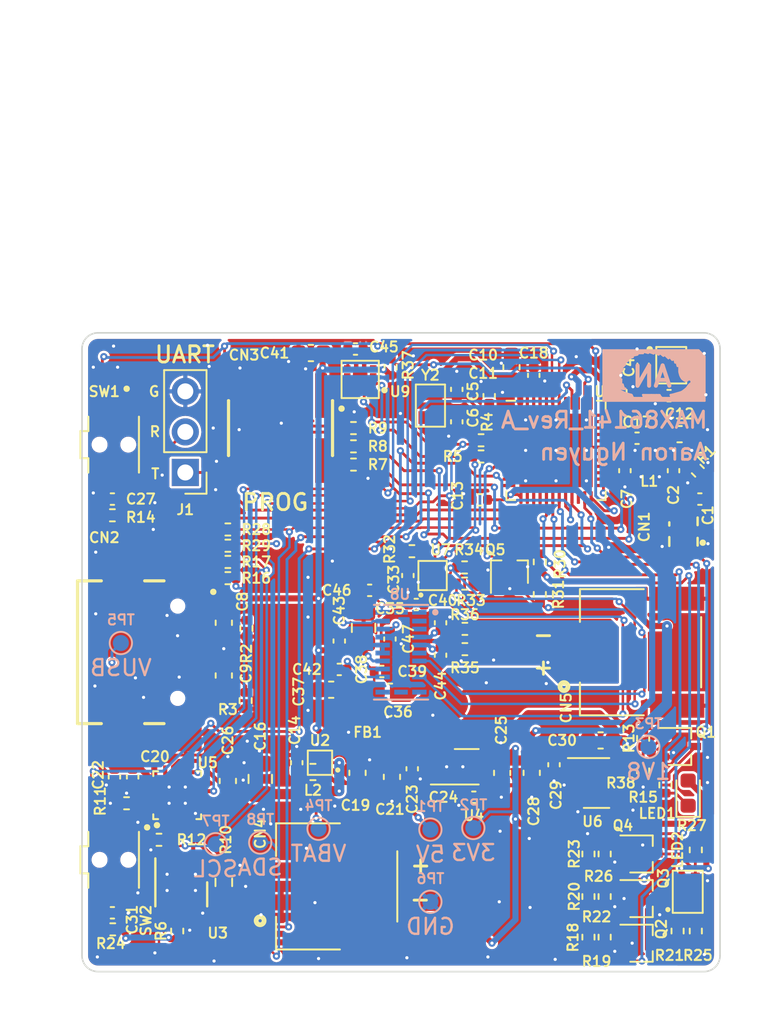
<source format=kicad_pcb>
(kicad_pcb (version 20211014) (generator pcbnew)
  (title_block (title "MAX86141_Rev_A") (rev "A") (comment 1 "Aaron Nguyen"))
  (layers (0 "F.Cu" signal) (1 "In1.Cu" power "GND1") (2 "In2.Cu" power "GND2") (31 "B.Cu" signal) (34 "B.Paste" user) (35 "F.Paste" user) (36 "B.SilkS" user "B.Silkscreen") (37 "F.SilkS" user "F.Silkscreen") (38 "B.Mask" user) (39 "F.Mask" user) (44 "Edge.Cuts" user))
  (net 0 "")
  (net 1 "Net-(C1-Pad1)")
  (net 2 "Net-(C11-Pad2)")
  (net 3 "GND")
  (net 4 "Net-(C2-Pad1)")
  (net 5 "Net-(C3-Pad2)")
  (net 6 "Net-(C4-Pad2)")
  (net 7 "Net-(C5-Pad2)")
  (net 8 "Net-(C6-Pad2)")
  (net 9 "Net-(C7-Pad1)")
  (net 10 "+3V3")
  (net 11 "Net-(C12-Pad2)")
  (net 12 "Net-(C17-Pad2)")
  (net 13 "Net-(C18-Pad2)")
  (net 14 "+5V")
  (net 15 "/SWITCH")
  (net 16 "VBUS")
  (net 17 "/nRST")
  (net 18 "VCC")
  (net 19 "Net-(C24-Pad1)")
  (net 20 "+1V8")
  (net 21 "/1V8A")
  (net 22 "Net-(C40-Pad1)")
  (net 23 "Net-(C44-Pad1)")
  (net 24 "Net-(C46-Pad1)")
  (net 25 "Net-(C46-Pad2)")
  (net 26 "Net-(C47-Pad1)")
  (net 27 "Net-(CN2-PadA5)")
  (net 31 "Net-(CN2-PadB5)")
  (net 35 "Net-(CN3-Pad2)")
  (net 36 "Net-(CN3-Pad4)")
  (net 37 "Net-(CN3-Pad6)")
  (net 40 "Net-(CN4-Pad2)")
  (net 41 "Net-(CN5-Pad1)")
  (net 42 "Net-(CN5-Pad2)")
  (net 43 "Net-(L2-Pad1)")
  (net 44 "Net-(LED2-Pad2)")
  (net 45 "Net-(LED2-Pad3)")
  (net 46 "Net-(Q1-Pad1)")
  (net 47 "Net-(Q1-Pad3)")
  (net 48 "GND1")
  (net 49 "Net-(Q2-Pad1)")
  (net 50 "Net-(Q2-Pad3)")
  (net 51 "Net-(LED1-Pad1)")
  (net 52 "Net-(LED2-Pad1)")
  (net 53 "Net-(Q3-Pad1)")
  (net 54 "Net-(Q3-Pad3)")
  (net 55 "Net-(Q4-Pad1)")
  (net 56 "Net-(Q4-Pad3)")
  (net 57 "/MAX_INT3V3")
  (net 58 "/NRF_SCL")
  (net 59 "/SWDIO")
  (net 60 "/SWCLK")
  (net 61 "/SWO")
  (net 62 "/NRF_SCL1")
  (net 63 "/BAT_ALRT")
  (net 64 "/NRF_SDA")
  (net 65 "/NRF_SDA1")
  (net 66 "Net-(R10-Pad1)")
  (net 67 "Net-(R11-Pad2)")
  (net 68 "Net-(R12-Pad2)")
  (net 69 "/BAT_CHG")
  (net 70 "/BAT_PGOOD")
  (net 71 "/PAIR_LED")
  (net 72 "/BAT_RLED")
  (net 73 "/BAT_GLED")
  (net 74 "/BAT_BLED")
  (net 75 "Net-(R32-Pad1)")
  (net 76 "/MAX_SCL")
  (net 77 "/MAX_SDA")
  (net 78 "/MAX_INT")
  (net 84 "/UART_TX")
  (net 85 "/UART_RX")
  (net 86 "/ACC_INT")
  (footprint "Resistor_SMD:R_0402_1005Metric" (layer "F.Cu") (at 165.179 115.395 -90)
    (fp_text reference "R13")
    (fp_text value "100")
  )
  (footprint "Resistor_SMD:R_0402_1005Metric" (layer "F.Cu") (at 147.018 95.964)
    (fp_text reference "R9")
    (fp_text value "0")
  )
  (footprint "Resistor_SMD:R_0402_1005Metric" (layer "F.Cu") (at 155.019 97.742)
    (fp_text reference "R5")
    (fp_text value "0")
  )
  (footprint "Resistor_SMD:R_0402_1005Metric" (layer "F.Cu") (at 139.144 104.346)
    (fp_text reference "R17")
    (fp_text value "10k")
  )
  (footprint "Capacitor_SMD:C_0603_1608Metric" (layer "F.Cu") (at 145.621 112.347 180)
    (fp_text reference "C37")
    (fp_text value "2.2uF")
  )
  (footprint "NetTie:NetTie-2_SMD_Pad2.0mm" (layer "F.Cu") (at 151.7904 111.8108 135)
    (fp_text reference "NT1")
    (fp_text value "NetTie_2")
  )
  (footprint "Capacitor_SMD:C_0402_1005Metric" (layer "F.Cu") (at 166.802 93.932)
    (fp_text reference "C3")
    (fp_text value "12pF")
  )
  (footprint "Resistor_SMD:R_0402_1005Metric" (layer "F.Cu") (at 140.2588 113.03 -90)
    (fp_text reference "R3")
    (fp_text value "5.1k")
  )
  (footprint "Resistor_SMD:R_0402_1005Metric" (layer "F.Cu") (at 162.766 125.301 -90)
    (fp_text reference "R22")
    (fp_text value "10k")
  )
  (footprint "Package_TO_SOT_SMD:SOT-323_SC-70" (layer "F.Cu") (at 167.465 115.903)
    (fp_text reference "Q1")
    (fp_text value "BSS138W-7-F")
  )
  (footprint "personal:LINX_CONMHF4-SMD-G-T" (layer "F.Cu") (at 167.719 102.441 90)
    (fp_text reference "CN1")
    (fp_text value "CONMHF4-SMD-G-T")
  )
  (footprint "Capacitor_SMD:C_0402_1005Metric" (layer "F.Cu") (at 146.129 109.299 90)
    (fp_text reference "C43")
    (fp_text value "0.1uF")
  )
  (footprint "Resistor_SMD:R_0402_1005Metric" (layer "F.Cu") (at 154.003 108.537 180)
    (fp_text reference "R36")
    (fp_text value "47k")
  )
  (footprint "personal:EAST1616RGBB4" (layer "F.Cu") (at 168 125 90)
    (fp_text reference "LED2")
    (fp_text value "EAST1616RGBB4")
  )
  (footprint "Package_TO_SOT_SMD:SOT-323_SC-70" (layer "F.Cu") (at 156.797 104.981 90)
    (fp_text reference "Q5")
    (fp_text value "BSS138W-7-F")
  )
  (footprint "Resistor_SMD:R_0402_1005Metric" (layer "F.Cu") (at 132.794 119.459)
    (fp_text reference "R11")
    (fp_text value "4.7k")
  )
  (footprint "Capacitor_SMD:C_0603_1608Metric" (layer "F.Cu") (at 144.351 91.265 180)
    (fp_text reference "C41")
    (fp_text value "2.2uF")
  )
  (footprint "personal:QFN50P300X300X100-17N" (layer "F.Cu") (at 135.969 118.951 90)
    (fp_text reference "U5")
    (fp_text value "BQ24232HARGTR")
  )
  (footprint "Capacitor_SMD:C_0402_1005Metric" (layer "F.Cu") (at 163.782 93.678 90)
    (fp_text reference "C15")
    (fp_text value "0.1uF")
  )
  (footprint "Capacitor_SMD:C_0603_1608Metric" (layer "F.Cu") (at 156.924 92.154 90)
    (fp_text reference "C10")
    (fp_text value "4.7uF")
  )
  (footprint "Resistor_SMD:R_0402_1005Metric" (layer "F.Cu") (at 154.003 109.807 180)
    (fp_text reference "R35")
    (fp_text value "47k")
  )
  (footprint "Capacitor_SMD:C_0402_1005Metric" (layer "F.Cu") (at 153.495 95.571 90)
    (fp_text reference "C6")
    (fp_text value "12pF")
  )
  (footprint "Capacitor_SMD:C_0402_1005Metric" (layer "F.Cu") (at 149.304 109.172 -90)
    (fp_text reference "C47")
    (fp_text value "1uF")
  )
  (footprint "Capacitor_SMD:C_0402_1005Metric" (layer "F.Cu") (at 143.462 116.919 90)
    (fp_text reference "C14")
    (fp_text value "0.1uF")
  )
  (footprint "Resistor_SMD:R_0402_1005Metric" (layer "F.Cu") (at 162.766 122.634 -90)
    (fp_text reference "R26")
    (fp_text value "10k")
  )
  (footprint "Resistor_SMD:R_0402_1005Metric" (layer "F.Cu") (at 139.144 102.314)
    (fp_text reference "R28")
    (fp_text value "4.7k")
  )
  (footprint "Capacitor_SMD:C_0603_1608Metric" (layer "F.Cu") (at 149.304 112.474)
    (fp_text reference "C36")
    (fp_text value "2.2uF")
  )
  (footprint "Resistor_SMD:R_0402_1005Metric" (layer "F.Cu") (at 161.75 127.841 90)
    (fp_text reference "R18")
    (fp_text value "100")
  )
  (footprint "Package_TO_SOT_SMD:SOT-323_SC-70" (layer "F.Cu") (at 165.052 125.428)
    (fp_text reference "Q3")
    (fp_text value "BSS138W-7-F")
  )
  (footprint "Capacitor_SMD:C_0402_1005Metric" (layer "F.Cu") (at 159.591 117.046 -90)
    (fp_text reference "C29")
    (fp_text value "0.1uF")
  )
  (footprint "personal:SAMTEC_FTSH-105-01-F-DV-P-TR" (layer "F.Cu") (at 142.445994 95.963994 180)
    (fp_text reference "CN3")
    (fp_text value "FTSH-105")
  )
  (footprint "Capacitor_SMD:C_0402_1005Metric" (layer "F.Cu") (at 147.145 91.011)
    (fp_text reference "C45")
    (fp_text value "0.1uF")
  )
  (footprint "personal:SW_EVQ-P7L01P" (layer "F.Cu") (at 132 123 -90)
    (fp_text reference "SW2")
    (fp_text value "EVQ-P7L01P")
  )
  (footprint "Resistor_SMD:R_0402_1005Metric" (layer "F.Cu") (at 147.02 98.25)
    (fp_text reference "R7")
    (fp_text value "0")
  )
  (footprint "Capacitor_SMD:C_0805_2012Metric" (layer "F.Cu") (at 147.653 108.476 90)
    (fp_text reference "C38")
    (fp_text value "10uF")
  )
  (footprint "Capacitor_SMD:C_0402_1005Metric" (layer "F.Cu") (at 165.179 92.027 -90)
    (fp_text reference "C4")
    (fp_text value "12pF")
  )
  (footprint "personal:JST_S2B-PH-SM4-TB(LF)(SN)" (layer "F.Cu") (at 161.567 110 90)
    (fp_text reference "CN5")
    (fp_text value "S2B-PH-SM4-TB(LF)(SN)")
  )
  (footprint "Resistor_SMD:R_0402_1005Metric" (layer "F.Cu") (at 158.702 106.378 -90)
    (fp_text reference "R31")
    (fp_text value "4.7k")
  )
  (footprint "Capacitor_SMD:C_0603_1608Metric" (layer "F.Cu") (at 162.512 115.522 180)
    (fp_text reference "C30")
    (fp_text value "2.2uF")
  )
  (footprint "Capacitor_SMD:C_0402_1005Metric" (layer "F.Cu") (at 146.129 111.077 180)
    (fp_text reference "C42")
    (fp_text value "0.1uF")
  )
  (footprint "Resistor_SMD:R_0402_1005Metric" (layer "F.Cu") (at 158.702 104.346 90)
    (fp_text reference "R30")
    (fp_text value "4.7k")
  )
  (footprint "Capacitor_SMD:C_0402_1005Metric" (layer "F.Cu") (at 153.495 93.539 -90)
    (fp_text reference "C5")
    (fp_text value "12pF")
  )
  (footprint "Resistor_SMD:R_0402_1005Metric" (layer "F.Cu") (at 155.019 96.726)
    (fp_text reference "R4")
    (fp_text value "0")
  )
  (footprint "Resistor_SMD:R_0402_1005Metric" (layer "F.Cu") (at 131.9276 127.3556 180)
    (fp_text reference "R24")
    (fp_text value "10k")
  )
  (footprint "Resistor_SMD:R_0402_1005Metric" (layer "F.Cu") (at 135.969 127.46 90)
    (fp_text reference "R6")
    (fp_text value "10k")
  )
  (footprint "Capacitor_SMD:C_0402_1005Metric" (layer "F.Cu") (at 164.036 98.631 -90)
    (fp_text reference "C7")
    (fp_text value "0.8pF")
  )
  (footprint "Capacitor_SMD:C_0603_1608Metric" (layer "F.Cu") (at 138.89 108.156 -90)
    (fp_text reference "C8")
    (fp_text value "2.2uF")
  )
  (footprint "Capacitor_SMD:C_0603_1608Metric" (layer "F.Cu") (at 139.144 118.062 90)
    (fp_text reference "C26")
    (fp_text value "4.7uF")
  )
  (footprint "personal:OSC_XRCGB32M000F2P01R0" (layer "F.Cu") (at 166.9405 92.027)
    (fp_text reference "Y1")
    (fp_text value "XRCGB32M000F2P01R0")
  )
  (footprint "Resistor_SMD:R_0402_1005Metric" (layer "F.Cu") (at 150.684 103.6729 180)
    (fp_text reference "R32")
    (fp_text value "10k")
  )
  (footprint "Capacitor_SMD:C_0402_1005Metric" (layer "F.Cu") (at 152.479 108.156 90)
    (fp_text reference "C40")
    (fp_text value "12pF")
  )
  (footprint "Inductor_SMD:L_0402_1005Metric" (layer "F.Cu") (at 147.78 113.871)
    (fp_text reference "FB1")
    (fp_text value "BLM15PX601SN1D")
  )
  (footprint "Package_DFN_QFN:QFN-48-1EP_6x6mm_P0.4mm_EP4.6x4.6mm" (layer "F.Cu") (at 159.718 97.361)
    (fp_text reference "U1")
    (fp_text value "NRF52832-QFAA-R")
  )
  (footprint "Package_TO_SOT_SMD:SOT-23-5" (layer "F.Cu") (at 162.258 118.189)
    (fp_text reference "U6")
    (fp_text value "TLV74018PDBVR")
  )
  (footprint "Resistor_SMD:R_0402_1005Metric" (layer "F.Cu") (at 168.481 127.46 -90)
    (fp_text reference "R25")
    (fp_text value "100")
  )
  (footprint "Capacitor_SMD:C_0402_1005Metric" (layer "F.Cu") (at 150.43 105.1969 -90)
    (fp_text reference "C33")
    (fp_text value "0.1uF")
  )
  (footprint "Capacitor_SMD:C_0402_1005Metric" (layer "F.Cu") (at 150.955 107.013 180)
    (fp_text reference "C35")
    (fp_text value "0.1uF")
  )
  (footprint "Capacitor_SMD:C_0402_1005Metric" (layer "F.Cu") (at 152.479 110.188 -90)
    (fp_text reference "C44")
    (fp_text value "12pF")
  )
  (footprint "LED_SMD:LED_0603_1608Metric" (layer "F.Cu") (at 168 118.824 90)
    (fp_text reference "LED1")
    (fp_text value "19-213SUBC/S400-A5/S208-2/TR8")
  )
  (footprint "Capacitor_SMD:C_0402_1005Metric" (layer "F.Cu") (at 131.905 100.409)
    (fp_text reference "C27")
    (fp_text value "0.1uF")
  )
  (footprint "Resistor_SMD:R_0402_1005Metric" (layer "F.Cu") (at 134.826 121.745)
    (fp_text reference "R12")
    (fp_text value "10k")
  )
  (footprint "Resistor_SMD:R_0402_1005Metric" (layer "F.Cu") (at 167.338 127.46 -90)
    (fp_text reference "R21")
    (fp_text value "330")
  )
  (footprint "personal:GCT_USB4110-GF-A_REVB" (layer "F.Cu") (at 136 110 -90)
    (fp_text reference "CN2")
    (fp_text value "USB4110-GF-A_REVB")
  )
  (footprint "Capacitor_SMD:C_0603_1608Metric" (layer "F.Cu") (at 147.272 117.554 90)
    (fp_text reference "C19")
    (fp_text value "22uF")
  )
  (footprint "Capacitor_SMD:C_0402_1005Metric" (layer "F.Cu") (at 148.034 106.124 180)
    (fp_text reference "C46")
    (fp_text value "1uF")
  )
  (footprint "Resistor_SMD:R_0402_1005Metric" (layer "F.Cu") (at 147.018 97.107)
    (fp_text reference "R8")
    (fp_text value "0")
  )
  (footprint "personal:MCP1725T-3302E" (layer "F.Cu") (at 153.368 117.173)
    (fp_text reference "U4")
    (fp_text value "MCP1725T-3302E/MC")
  )
  (footprint "Resistor_SMD:R_0402_1005Metric" (layer "F.Cu") (at 162.766 127.841 -90)
    (fp_text reference "R19")
    (fp_text value "10k")
  )
  (footprint "Capacitor_SMD:C_0402_1005Metric" (layer "F.Cu") (at 164.798 96.599 180)
    (fp_text reference "C17")
    (fp_text value "1uF")
  )
  (footprint "Package_TO_SOT_SMD:SOT-323_SC-70" (layer "F.Cu") (at 165.052 122.634)
    (fp_text reference "Q4")
    (fp_text value "BSS138W-7-F")
  )
  (footprint "Capacitor_SMD:C_0402_1005Metric" (layer "F.Cu") (at 154.94 100.457 180)
    (fp_text reference "C13")
    (fp_text value "0.1uF")
  )
  (footprint "Capacitor_SMD:C_0402_1005Metric" (layer "F.Cu") (at 131.905 126.317)
    (fp_text reference "C31")
    (fp_text value "0.1uF")
  )
  (footprint "Capacitor_SMD:C_0805_2012Metric" (layer "F.Cu") (at 141.176 117.935 90)
    (fp_text reference "C16")
    (fp_text value "10uF")
  )
  (footprint "personal:JST_S2B-PH-SM4-TB(LF)(SN)" (layer "F.Cu") (at 142.517 124.666 90)
    (fp_text reference "CN4")
    (fp_text value "S2B-PH-SM4-TB(LF)(SN)")
  )
  (footprint "Capacitor_SMD:C_0402_1005Metric" (layer "F.Cu") (at 158.321 92.662 -90)
    (fp_text reference "C18")
    (fp_text value "1uF")
  )
  (footprint "Resistor_SMD:R_0402_1005Metric" (layer "F.Cu") (at 165.179 117.427 -90)
    (fp_text reference "R38")
    (fp_text value "10k")
  )
  (footprint "personal:XTAL_CM8V-T1A-32.768KHZ-9PF-20PPM-TA-QC" (layer "F.Cu") (at 151.844 94.555 90)
    (fp_text reference "Y2")
    (fp_text value "CM8V-T1A-32.768KHZ-9PF-20PPM-TA-QC")
  )
  (footprint "Resistor_SMD:R_0402_1005Metric" (layer "F.Cu") (at 161.75 122.634 -90)
    (fp_text reference "R23")
    (fp_text value "100")
  )
  (footprint "Resistor_SMD:R_0402_1005Metric" (layer "F.Cu") (at 139.144 103.33)
    (fp_text reference "R29")
    (fp_text value "4.7k")
  )
  (footprint "Capacitor_SMD:C_0603_1608Metric" (layer "F.Cu") (at 138.89 111.458 90)
    (fp_text reference "C9")
    (fp_text value "2.2uF")
  )
  (footprint "Capacitor_SMD:C_0402_1005Metric" (layer "F.Cu") (at 133.175 117.808 -90)
    (fp_text reference "C20")
    (fp_text value "0.1uF")
  )
  (footprint "Capacitor_SMD:C_0402_1005Metric" (layer "F.Cu") (at 155.527 93.932 -90)
    (fp_text reference "C11")
    (fp_text value "0.1uF")
  )
  (footprint "Resistor_SMD:R_0402_1005Metric" (layer "F.Cu") (at 153.986 105.7049 180)
    (fp_text reference "R33")
    (fp_text value "4.7k")
  )
  (footprint "Capacitor_SMD:C_0402_1005Metric" (layer "F.Cu") (at 132.032 117.808 -90)
    (fp_text reference "C22")
    (fp_text value "1uF")
  )
  (footprint "Resistor_SMD:R_0402_1005Metric" (layer "F.Cu") (at 168.481 122.38 90)
    (fp_text reference "R27")
    (fp_text value "100")
  )
  (footprint "Package_TO_SOT_SMD:SOT-323_SC-70" (layer "F.Cu") (at 165.052 128.222)
    (fp_text reference "Q2")
    (fp_text value "BSS138W-7-F")
  )
  (footprint "Connector_PinHeader_2.54mm:PinHeader_1x03_P2.54mm_Vertical" (layer "F.Cu") (at 136.477 98.743 180)
    (fp_text reference "J1")
    (fp_text value "Conn_01x03")
  )
  (footprint "personal:IC_MXC6655XA" (layer "F.Cu") (at 147.44 92.916 180)
    (fp_text reference "U9")
    (fp_text value "MXC6655XA")
  )
  (footprint "Resistor_SMD:R_0402_1005Metric" (layer "F.Cu") (at 140.3096 108.5088 -90)
    (fp_text reference "R2")
    (fp_text value "5.1k")
  )
  (footprint "Inductor_SMD:L_0402_1005Metric" (layer "F.Cu") (at 165.56 98.123 180)
    (fp_text reference "L1")
    (fp_text value "LQG15HN3N9S02D")
  )
  (footprint "Capacitor_SMD:C_0603_1608Metric" (layer "F.Cu") (at 158.194 117.554 -90)
    (fp_text reference "C28")
    (fp_text value "2.2uF")
  )
  (footprint "Capacitor_SMD:C_0603_1608Metric" (layer "F.Cu") (at 156.342 117.558 -90)
    (fp_text reference "C25")
    (fp_text value "2.2uF")
  )
  (footprint "Resistor_SMD:R_0402_1005Metric" (layer "F.Cu") (at 131.905 101.425 180)
    (fp_text reference "R14")
    (fp_text value "10k")
  )
  (footprint "Capacitor_SMD:C_0402_1005Metric" (layer "F.Cu") (at 168.735 100.409 180)
    (fp_text reference "C1")
    (fp_text value "0.8pF")
  )
  (footprint "Package_DFN_QFN:DFN-8-1EP_3x3mm_P0.5mm_EP1.66x2.38mm" (layer "F.Cu") (at 136.223 124.412 -90)
    (fp_text reference "U3")
    (fp_text value "LTC2943IDD#PBF")
  )
  (footprint "Capacitor_SMD:C_0603_1608Metric" (layer "F.Cu") (at 149.431 117.808 -90)
    (fp_text reference "C21")
    (fp_text value "2.2uF")
  )
  (footprint "personal:PCA9306FMUTCG" (layer "F.Cu") (at 151.954001 105.196894 90)
    (fp_text reference "U7")
    (fp_text value "PCA9306FMUTCG")
  )
  (footprint "Resistor_SMD:R_0402_1005Metric" (layer "F.Cu") (at 161.75 125.301 -90)
    (fp_text reference "R20")
    (fp_text value "100")
  )
  (footprint "personal:SW_EVQ-P7L01P" (layer "F.Cu") (at 132 97 -90)
    (fp_text reference "SW1")
    (fp_text value "EVQ-P7L01P")
  )
  (footprint "Inductor_SMD:L_0603_1608Metric" (layer "F.Cu") (at 144.478 117.5 180)
    (fp_text reference "L2")
    (fp_text value "MBKK1608TR47N")
  )
  (footprint "Resistor_SMD:R_0402_1005Metric" (layer "F.Cu") (at 166.576 118.316 90)
    (fp_text reference "R15")
    (fp_text value "100")
  )
  (footprint "personal:FAN48610UC50X" (layer "F.Cu") (at 144.917693 116.918994 180)
    (fp_text reference "U2")
    (fp_text value "WLCSP9_1P2X1P2_ONS")
  )
  (footprint "Capacitor_SMD:C_0402_1005Metric" (layer "F.Cu") (at 148.796 111.204)
    (fp_text reference "C39")
    (fp_text value "0.1uF")
  )
  (footprint "Resistor_SMD:R_0603_1608Metric" (layer "F.Cu") (at 138.89 124.412 -90)
    (fp_text reference "R10")
    (fp_text value "0.05")
  )
  (footprint "Resistor_SMD:R_0402_1005Metric" (layer "F.Cu") (at 168.608 98.631 135)
    (fp_text reference "R1")
    (fp_text value "0")
  )
  (footprint "Resistor_SMD:R_0402_1005Metric" (layer "F.Cu") (at 139.144 105.362)
    (fp_text reference "R16")
    (fp_text value "10k")
  )
  (footprint "Capacitor_SMD:C_0402_1005Metric" (layer "F.Cu") (at 150.701 117.3 -90)
    (fp_text reference "C23")
    (fp_text value "0.1uF")
  )
  (footprint "Capacitor_SMD:C_0402_1005Metric" (layer "F.Cu") (at 167.084 98.631 -90)
    (fp_text reference "C2")
    (fp_text value "0.8pF")
  )
  (footprint "Resistor_SMD:R_0402_1005Metric" (layer "F.Cu") (at 149.345 92.154 90)
    (fp_text reference "R37")
    (fp_text value "4.7k")
  )
  (footprint "Resistor_SMD:R_0402_1005Metric" (layer "F.Cu") (at 153.986 104.6889 180)
    (fp_text reference "R34")
    (fp_text value "4.7k")
  )
  (footprint "Capacitor_SMD:C_0603_1608Metric" (layer "F.Cu") (at 167.465 96.345 180)
    (fp_text reference "C12")
    (fp_text value "100pF")
  )
  (footprint "Capacitor_SMD:C_0402_1005Metric" (layer "F.Cu") (at 154.564 119.082 180)
    (fp_text reference "C24")
    (fp_text value "0.1uF")
  )
  (footprint "TestPoint:TestPoint_Pad_D1.0mm" (layer "B.Cu") (at 165.5064 115.9256 180)
    (fp_text reference "TP3")
    (fp_text value "1V8")
  )
  (footprint "personal:XDCR_MAX86150EFF+" (layer "B.Cu") (at 150 110 180)
    (fp_text reference "U8")
    (fp_text value "MAX86150EFF+T")
  )
  (footprint "TestPoint:TestPoint_Pad_D1.0mm" (layer "B.Cu") (at 151.8412 121.1072 180)
    (fp_text reference "TP1")
    (fp_text value "5V")
  )
  (footprint "TestPoint:TestPoint_Pad_D1.0mm" (layer "B.Cu") (at 154.5336 121.0056 180)
    (fp_text reference "TP2")
    (fp_text value "3V3")
  )
  (footprint "TestPoint:TestPoint_Pad_D1.0mm" (layer "B.Cu") (at 138.3792 122.0216 180)
    (fp_text reference "TP7")
    (fp_text value "SCL")
  )
  (footprint "TestPoint:TestPoint_Pad_D1.0mm" (layer "B.Cu") (at 141.1732 121.92 180)
    (fp_text reference "TP8")
    (fp_text value "SDA")
  )
  (footprint "TestPoint:TestPoint_Pad_D1.0mm" (layer "B.Cu") (at 144.8308 121.0564 180)
    (fp_text reference "TP4")
    (fp_text value "VBAT")
  )
  (footprint "personal:LogoSmall" (layer "B.Cu") (at 169.037 94.2594 180)
    (fp_text reference "REF**" hide)
    (fp_text value "LogoSmall" hide)
  )
  (footprint "TestPoint:TestPoint_Pad_D1.0mm" (layer "B.Cu") (at 132.4356 109.4232 180)
    (fp_text reference "TP5")
    (fp_text value "VUSB")
  )
  (footprint "TestPoint:TestPoint_Pad_D1.0mm" (layer "B.Cu") (at 151.8412 125.6284 180)
    (fp_text reference "TP6")
    (fp_text value "GND")
  )
  (gr_line (start 131 130) (end 169 130) (layer "Edge.Cuts") (width 0.1))
  (gr_line (start 169 90) (end 131 90) (layer "Edge.Cuts") (width 0.1))
  (gr_arc (start 169 90) (mid 169.707107 90.292893) (end 170 91) (layer "Edge.Cuts") (width 0.1))
  (gr_arc (start 131 130) (mid 130.292893 129.707107) (end 130 129) (layer "Edge.Cuts") (width 0.1))
  (gr_arc (start 170 129) (mid 169.707107 129.707107) (end 169 130) (layer "Edge.Cuts") (width 0.1))
  (gr_arc (start 130 91) (mid 130.292893 90.292893) (end 131 90) (layer "Edge.Cuts") (width 0.1))
  (gr_line (start 130 91) (end 130 129) (layer "Edge.Cuts") (width 0.1))
  (gr_line (start 170 129) (end 170 91) (layer "Edge.Cuts") (width 0.1))
  (gr_text "Aaron Nguyen" (at 163.948766 97.4598) (layer "B.SilkS") (effects (font (size 1.016 1.016) (thickness 0.1778)) (justify mirror)))
  (gr_text "MAX86141_Rev_A" (at 162.739243 95.4593) (layer "B.SilkS") (effects (font (size 1.016 1.016) (thickness 0.1778)) (justify mirror)))
  (gr_text "+" (at 151.2316 123.317) (layer "F.SilkS") (effects (font (size 1.016 1.016) (thickness 0.1778))))
  (gr_text "-" (at 151.2062 125.4506) (layer "F.SilkS") (effects (font (size 1.016 1.016) (thickness 0.1778))))
  (gr_text "UART" (at 136.4488 91.3638) (layer "F.SilkS") (effects (font (size 1.016 1.016) (thickness 0.1778))))
  (gr_text "T" (at 134.5946 98.8314) (layer "F.SilkS") (effects (font (size 0.635 0.635) (thickness 0.127))))
  (gr_text "+" (at 158.9278 110.9218) (layer "F.SilkS") (effects (font (size 1.016 1.016) (thickness 0.1778))))
  (gr_text "R" (at 134.5692 96.1898) (layer "F.SilkS") (effects (font (size 0.635 0.635) (thickness 0.127))))
  (gr_text "-" (at 158.9278 108.8898) (layer "F.SilkS") (effects (font (size 1.016 1.016) (thickness 0.1778))))
  (gr_text "G" (at 134.5184 93.6752) (layer "F.SilkS") (effects (font (size 0.635 0.635) (thickness 0.127))))
  (gr_text "PROG" (at 142.113 100.6094) (layer "F.SilkS") (effects (font (size 1.016 1.016) (thickness 0.1778))))
  (segment (start 169.215 101.945) (end 168.719 102.441) (width 0.294056) (layer "F.Cu") (net 1))
  (segment (start 169.215 100.409) (end 169.215 101.945) (width 0.294056) (layer "F.Cu") (net 1))
  (segment (start 168.968624 98.991624) (end 169.116 99.139) (width 0.294056) (layer "F.Cu") (net 1))
  (segment (start 169.116 100.31) (end 169.215 100.409) (width 0.294056) (layer "F.Cu") (net 1))
  (segment (start 169.116 99.139) (end 169.116 100.31) (width 0.294056) (layer "F.Cu") (net 1))
  (segment (start 156.276 95.161) (end 155.527 94.412) (width 0.1778) (layer "F.Cu") (net 2))
  (segment (start 156.768 95.161) (end 156.276 95.161) (width 0.1778) (layer "F.Cu") (net 2))
  (segment (start 158.718 94.411) (end 158.718 96.361) (width 0.1778) (layer "F.Cu") (net 3))
  (segment (start 136.473 123.012) (end 136.473 124.162) (width 0.1778) (layer "F.Cu") (net 3))
  (segment (start 158.718 96.361) (end 159.718 97.361) (width 0.1778) (layer "F.Cu") (net 3))
  (segment (start 162.668 97.161) (end 161.823 97.161) (width 0.1778) (layer "F.Cu") (net 3))
  (segment (start 136.473 124.162) (end 136.223 124.412) (width 0.1778) (layer "F.Cu") (net 3))
  (segment (start 135.973 123.012) (end 135.973 124.162) (width 0.1778) (layer "F.Cu") (net 3))
  (segment (start 135.973 124.162) (end 136.223 124.412) (width 0.1778) (layer "F.Cu") (net 3))
  (segment (start 161.823 97.161) (end 161.623 97.361) (width 0.1778) (layer "F.Cu") (net 3))
  (via (at 150.368 129.1336) (size 0.45) (drill 0.2) (layers "F.Cu" "B.Cu") (net 3))
  (via (at 169.243 98.123) (size 0.45) (drill 0.2) (layers "F.Cu" "B.Cu") (net 3))
  (via (at 131.524 118.316) (size 0.45) (drill 0.2) (layers "F.Cu" "B.Cu") (net 3))
  (via (at 163.782 92.662) (size 0.45) (drill 0.2) (layers "F.Cu" "B.Cu") (net 3))
  (via (at 161.6964 121.3612) (size 0.45) (drill 0.2) (layers "F.Cu" "B.Cu") (net 3))
  (via (at 160.9852 91.4908) (size 0.45) (drill 0.2) (layers "F.Cu" "B.Cu") (net 3))
  (via (at 143.462 115.903) (size 0.45) (drill 0.2) (layers "F.Cu" "B.Cu") (net 3))
  (via (at 133.858 112.8268) (size 0.45) (drill 0.2) (layers "F.Cu" "B.Cu") (net 3))
  (via (at 149.1488 114.046) (size 0.45) (drill 0.2) (layers "F.Cu" "B.Cu") (net 3))
  (via (at 158.0388 121.666) (size 0.45) (drill 0.2) (layers "F.Cu" "B.Cu") (net 3))
  (via (at 165.179 118.443) (size 0.45) (drill 0.2) (layers "F.Cu" "B.Cu") (net 3))
  (via (at 144.1704 107.7976) (size 0.45) (drill 0.2) (layers "F.Cu" "B.Cu") (net 3))
  (via (at 132.794 118.824) (size 0.45) (drill 0.2) (layers "F.Cu" "B.Cu") (net 3))
  (via (at 151.9936 113.9444) (size 0.45) (drill 0.2) (layers "F.Cu" "B.Cu") (net 3))
  (via (at 163.401 125.936) (size 0.45) (drill 0.2) (layers "F.Cu" "B.Cu") (net 3))
  (via (at 168.227 97.361) (size 0.45) (drill 0.2) (layers "F.Cu" "B.Cu") (net 3))
  (via (at 159.718 97.361) (size 0.45) (drill 0.2) (layers "F.Cu" "B.Cu") (net 3))
  (via (at 157.813 99.266) (size 0.45) (drill 0.2) (layers "F.Cu" "B.Cu") (net 3))
  (via (at 144.0688 122.2756) (size 0.45) (drill 0.2) (layers "F.Cu" "B.Cu") (net 3))
  (via (at 141.8336 120.7516) (size 0.45) (drill 0.2) (layers "F.Cu" "B.Cu") (net 3))
  (via (at 161.623 99.266) (size 0.45) (drill 0.2) (layers "F.Cu" "B.Cu") (net 3))
  (via (at 130.7084 92.1512) (size 0.45) (drill 0.2) (layers "F.Cu" "B.Cu") (net 3))
  (via (at 130.7084 100.0252) (size 0.45) (drill 0.2) (layers "F.Cu" "B.Cu") (net 3))
  (via (at 137.112 120.094) (size 0.45) (drill 0.2) (layers "F.Cu" "B.Cu") (net 3))
  (via (at 169.2148 96.0628) (size 0.45) (drill 0.2) (layers "F.Cu" "B.Cu") (net 3))
  (via (at 138.2776 129.3368) (size 0.45) (drill 0.2) (layers "F.Cu" "B.Cu") (net 3))
  (via (at 148.0312 116.7384) (size 0.45) (drill 0.2) (layers "F.Cu" "B.Cu") (net 3))
  (via (at 153.495 92.408) (size 0.45) (drill 0.2) (layers "F.Cu" "B.Cu") (net 3))
  (via (at 161.623 97.361) (size 0.45) (drill 0.2) (layers "F.Cu" "B.Cu") (net 3))
  (via (at 132.8928 126.3396) (size 0.45) (drill 0.2) (layers "F.Cu" "B.Cu") (net 3))
  (via (at 138.3792 99.822) (size 0.45) (drill 0.2) (layers "F.Cu" "B.Cu") (net 3))
  (via (at 130.8608 103.7336) (size 0.45) (drill 0.2) (layers "F.Cu" "B.Cu") (net 3))
  (via (at 134.5692 100.6348) (size 0.45) (drill 0.2) (layers "F.Cu" "B.Cu") (net 3))
  (via (at 156.1592 125.6284) (size 0.45) (drill 0.2) (layers "F.Cu" "B.Cu") (net 3))
  (via (at 144.1704 113.6396) (size 0.45) (drill 0.2) (layers "F.Cu" "B.Cu") (net 3))
  (via (at 137.8712 90.7796) (size 0.45) (drill 0.2) (layers "F.Cu" "B.Cu") (net 3))
  (via (at 169.0116 128.9304) (size 0.45) (drill 0.2) (layers "F.Cu" "B.Cu") (net 3))
  (via (at 144.7292 115.7732) (size 0.45) (drill 0.2) (layers "F.Cu" "B.Cu") (net 3))
  (via (at 156.21 121.2088) (size 0.45) (drill 0.2) (layers "F.Cu" "B.Cu") (net 3))
  (via (at 169.0116 91.2876) (size 0.45) (drill 0.2) (layers "F.Cu" "B.Cu") (net 3))
  (via (at 157.9372 104.648) (size 0.45) (drill 0.2) (layers "F.Cu" "B.Cu") (net 3))
  (via (at 134.3152 122.3772) (size 0.45) (drill 0.2) (layers "F.Cu" "B.Cu") (net 3))
  (via (at 161.0868 119.9896) (size 0.45) (drill 0.2) (layers "F.Cu" "B.Cu") (net 3))
  (via (at 141.224 126.4412) (size 0.45) (drill 0.2) (layers "F.Cu" "B.Cu") (net 3))
  (via (at 159.0109 93.0148) (size 0.45) (drill 0.2) (layers "F.Cu" "B.Cu") (net 3))
  (via (at 156.3624 93.726) (size 0.45) (drill 0.2) (layers "F.Cu" "B.Cu") (net 3))
  (via (at 166.37 103.378) (size 0.45) (drill 0.2) (layers "F.Cu" "B.Cu") (net 3))
  (via (at 158.194 119.078) (size 0.45) (drill 0.2) (layers "F.Cu" "B.Cu") (net 3))
  (via (at 132.2324 92.1512) (size 0.45) (drill 0.2) (layers "F.Cu" "B.Cu") (net 3))
  (via (at 146.7104 115.0112) (size 0.45) (drill 0.2) (layers "F.Cu" "B.Cu") (net 3))
  (via (at 156.2608 115.6716) (size 0.45) (drill 0.2) (layers "F.Cu" "B.Cu") (net 3))
  (via (at 137.112 124.92) (size 0.45) (drill 0.2) (layers "F.Cu" "B.Cu") (net 3))
  (via (at 156.289 119.078) (size 0.45) (drill 0.2) (layers "F.Cu" "B.Cu") (net 3))
  (via (at 147.066 94.9452) (size 0.45) (drill 0.2) (layers "F.Cu" "B.Cu") (net 3))
  (via (at 136.477 118.443) (size 0.45) (drill 0.2) (layers "F.Cu" "B.Cu") (net 3))
  (via (at 140.16 116.919) (size 0.45) (drill 0.2) (layers "F.Cu" "B.Cu") (net 3))
  (via (at 169.2148 116.586) (size 0.45) (drill 0.2) (layers "F.Cu" "B.Cu") (net 3))
  (via (at 157.813 97.361) (size 0.45) (drill 0.2) (layers "F.Cu" "B.Cu") (net 3))
  (via (at 159.718 95.456) (size 0.45) (drill 0.2) (layers "F.Cu" "B.Cu") (net 3))
  (via (at 151.209 117.935) (size 0.45) (drill 0.2) (layers "F.Cu" "B.Cu") (net 3))
  (via (at 135.334 124.92) (size 0.45) (drill 0.2) (layers "F.Cu" "B.Cu") (net 3))
  (via (at 141.1224 116.1796) (size 0.45) (drill 0.2) (layers "F.Cu" "B.Cu") (net 3))
  (via (at 169.2148 124.3076) (size 0.45) (drill 0.2) (layers "F.Cu" "B.Cu") (net 3))
  (via (at 158.0896 125.984) (size 0.45) (drill 0.2) (layers "F.Cu" "B.Cu") (net 3))
  (via (at 143.7132 119.8372) (size 0.45) (drill 0.2) (layers "F.Cu" "B.Cu") (net 3))
  (via (at 135.9916 108.966) (size 0.45) (drill 0.2) (layers "F.Cu" "B.Cu") (net 3))
  (via (at 134.4676 102.3112) (size 0.45) (drill 0.2) (layers "F.Cu" "B.Cu") (net 3))
  (via (at 147.9296 99.1108) (size 0.45) (drill 0.2) (layers "F.Cu" "B.Cu") (net 3))
  (via (at 165.1508 122.0724) (size 0.45) (drill 0.2) (layers "F.Cu" "B.Cu") (net 3))
  (via (at 135.3312 107.696) (size 0.45) (drill 0.2) (layers "F.Cu" "B.Cu") (net 3))
  (via (at 153.924 100.076) (size 0.45) (drill 0.2) (layers "F.Cu" "B.Cu") (net 3))
  (via (at 165.941 94.44) (size 0.45) (drill 0.2) (layers "F.Cu" "B.Cu") (net 3))
  (via (at 153.622 119.586) (size 0.45) (drill 0.2) (layers "F.Cu" "B.Cu") (net 3))
  (via (at 166.195 99.012) (size 0.45) (drill 0.2) (layers "F.Cu" "B.Cu") (net 3))
  (via (at 140.1064 118.0084) (size 0.45) (drill 0.2) (layers "F.Cu" "B.Cu") (net 3))
  (via (at 144.1704 105.3084) (size 0.45) (drill 0.2) (layers "F.Cu" "B.Cu") (net 3))
  (via (at 142.494 95.6564) (size 0.45) (drill 0.2) (layers "F.Cu" "B.Cu") (net 3))
  (via (at 135.0264 98.9076) (size 0.45) (drill 0.2) (layers "F.Cu" "B.Cu") (net 3))
  (via (at 136.0932 111.5568) (size 0.45) (drill 0.2) (layers "F.Cu" "B.Cu") (net 3))
  (via (at 166.9288 95.3516) (size 0.45) (drill 0.2) (layers "F.Cu" "B.Cu") (net 3))
  (via (at 164.4904 128.2192) (size 0.45) (drill 0.2) (layers "F.Cu" "B.Cu") (net 3))
  (via (at 133.5024 125.0696) (size 0.45) (drill 0.2) (layers "F.Cu" "B.Cu") (net 3))
  (via (at 165.052 99.012) (size 0.45) (drill 0.2) (layers "F.Cu" "B.Cu") (net 3))
  (via (at 135.334 123.904) (size 0.45) (drill 0.2) (layers "F.Cu" "B.Cu") (net 3))
  (via (at 133.5024 120.65) (size 0.45) (drill 0.2) (layers "F.Cu" "B.Cu") (net 3))
  (via (at 144.1704 111.0996) (size 0.45) (drill 0.2) (layers "F.Cu" "B.Cu") (net 3))
  (via (at 130.9624 129.0828) (size 0.45) (drill 0.2) (layers "F.Cu" "B.Cu") (net 3))
  (via (at 149.9616 95.0468) (size 0.45) (drill 0.2) (layers "F.Cu" "B.Cu") (net 3))
  (via (at 140.2588 124.6632) (size 0.45) (drill 0.2) (layers "F.Cu" "B.Cu") (net 3))
  (via (at 159.591 118.062) (size 0.45) (drill 0.2) (layers "F.Cu" "B.Cu") (net 3))
  (via (at 150.447 106.251) (size 0.45) (drill 0.2) (layers "F.Cu" "B.Cu") (net 3))
  (via (at 130.81 112.1156) (size 0.45) (drill 0.2) (layers "F.Cu" "B.Cu") (net 3))
  (via (at 165.941 97.361) (size 0.45) (drill 0.2) (layers "F.Cu" "B.Cu") (net 3))
  (via (at 131.778 119.459) (size 0.45) (drill 0.2) (layers "F.Cu" "B.Cu") (net 3))
  (via (at 138.8872 109.7788) (size 0.45) (drill 0.2) (layers "F.Cu" "B.Cu") (net 3))
  (via (at 139.8524 96.0628) (size 0.45) (drill 0.2) (layers "F.Cu" "B.Cu") (net 3))
  (via (at 155.448 129.0828) (size 0.45) (drill 0.2) (layers "F.Cu" "B.Cu") (net 3))
  (via (at 149.431 119.332) (size 0.45) (drill 0.2) (layers "F.Cu" "B.Cu") (net 3))
  (via (at 136.477 119.459) (size 0.45) (drill 0.2) (layers "F.Cu" "B.Cu") (net 3))
  (via (at 164.036 99.647) (size 0.45) (drill 0.2) (layers "F.Cu" "B.Cu") (net 3))
  (via (at 150.7744 91.44) (size 0.45) (drill 0.2) (layers "F.Cu" "B.Cu") (net 3))
  (via (at 133.35 111.6076) (size 0.45) (drill 0.2) (layers "F.Cu" "B.Cu") (net 3))
  (via (at 156.8196 106.0196) (size 0.45) (drill 0.2) (layers "F.Cu" "B.Cu") (net 3))
  (via (at 138.2268 95.9612) (size 0.45) (drill 0.2) (layers "F.Cu" "B.Cu") (net 3))
  (via (at 163.9824 125.4252) (size 0.45) (drill 0.2) (layers "F.Cu" "B.Cu") (net 3))
  (via (at 151.082 105.616) (size 0.45) (drill 0.2) (layers "F.Cu" "B.Cu") (net 3))
  (via (at 139.144 116.538) (size 0.45) (drill 0.2) (layers "F.Cu" "B.Cu") (net 3))
  (via (at 167.973 99.393) (size 0.45) (drill 0.2) (layers "F.Cu" "B.Cu") (net 3))
  (via (at 164.798 91.011) (size 0.45) (drill 0.2) (layers "F.Cu" "B.Cu") (net 3))
  (via (at 137.112 123.904) (size 0.45) (drill 0.2) (layers "F.Cu" "B.Cu") (net 3))
  (via (at 140.3604 115.57) (size 0.45) (drill 0.2) (layers "F.Cu" "B.Cu") (net 3))
  (via (at 135.461 118.443) (size 0.45) (drill 0.2) (layers "F.Cu" "B.Cu") (net 3))
  (via (at 155.448 104.8512) (size 0.45) (drill 0.2) (layers "F.Cu" "B.Cu") (net 3))
  (via (at 136.7536 127.4064) (size 0.45) (drill 0.2) (layers "F.Cu" "B.Cu") (net 3))
  (via (at 169.243 103.203) (size 0.45) (drill 0.2) (layers "F.Cu" "B.Cu") (net 3))
  (via (at 139.9032 92.202) (size 0.45) (drill 0.2) (layers "F.Cu" "B.Cu") (net 3))
  (via (at 149.352 103.5304) (size 0.45) (drill 0.2) (layers "F.Cu" "B.Cu") (net 3))
  (via (at 144.018 92.2528) (size 0.45) (drill 0.2) (layers "F.Cu" "B.Cu") (net 3))
  (via (at 167.084 97.361) (size 0.45) (drill 0.2) (layers "F.Cu" "B.Cu") (net 3))
  (via (at 163.0172 103.4288) (size 0.45) (drill 0.2) (layers "F.Cu" "B.Cu") (net 3))
  (via (at 153.876 117.173) (size 0.45) (drill 0.2) (layers "F.Cu" "B.Cu") (net 3))
  (via (at 137.9728 92.1004) (size 0.45) (drill 0.2) (layers "F.Cu" "B.Cu") (net 3))
  (via (at 164.5412 119.888) (size 0.45) (drill 0.2) (layers "F.Cu" "B.Cu") (net 3))
  (via (at 163.401 123.142) (size 0.45) (drill 0.2) (layers "F.Cu" "B.Cu") (net 3))
  (via (at 169.1132 93.8784) (size 0.45) (drill 0.2) (layers "F.Cu" "B.Cu") (net 3))
  (via (at 155.019 93.043) (size 0.45) (drill 0.2) (layers "F.Cu" "B.Cu") (net 3))
  (via (at 145.6944 104.2924) (size 0.45) (drill 0.2) (layers "F.Cu" "B.Cu") (net 3))
  (via (at 142.9512 91.7956) (size 0.45) (drill 0.2) (layers "F.Cu" "B.Cu") (net 3))
  (via (at 145.8468 119.634) (size 0.45) (drill 0.2) (layers "F.Cu" "B.Cu") (net 3))
  (via (at 152.86 117.173) (size 0.45) (drill 0.2) (layers "F.Cu" "B.Cu") (net 3))
  (via (at 155.3464 111.9124) (size 0.45) (drill 0.2) (layers "F.Cu" "B.Cu") (net 3))
  (via (at 169.2148 118.1608) (size 0.45) (drill 0.2) (layers "F.Cu" "B.Cu") (net 3))
  (via (at 139.9032 123.3424) (size 0.45) (drill 0.2) (layers "F.Cu" "B.Cu") (net 3))
  (via (at 138.43 98.044) (size 0.45) (drill 0.2) (layers "F.Cu" "B.Cu") (net 3))
  (via (at 135.461 119.459) (size 0.45) (drill 0.2) (layers "F.Cu" "B.Cu") (net 3))
  (via (at 157.813 95.456) (size 0.45) (drill 0.2) (layers "F.Cu" "B.Cu") (net 3))
  (via (at 144.8308 129.1844) (size 0.45) (drill 0.2) (layers "F.Cu" "B.Cu") (net 3))
  (via (at 141.3764 119.8372) (size 0.45) (drill 0.2) (layers "F.Cu" "B.Cu") (net 3))
  (via (at 144.605 125.682) (size 0.45) (drill 0.2) (layers "F.Cu" "B.Cu") (net 3))
  (via (at 137.5664 126.3396) (size 0.45) (drill 0.2) (layers "F.Cu" "B.Cu") (net 3))
  (via (at 134.5692 128.8288) (size 0.45) (drill 0.2) (layers "F.Cu" "B.Cu") (net 3))
  (via (at 164.671 97.361) (size 0.45) (drill 0.2) (layers "F.Cu" "B.Cu") (net 3))
  (via (at 131.9784 90.8304) (size 0.45) (drill 0.2) (layers "F.Cu" "B.Cu") (net 3))
  (via (at 159.6644 129.2352) (size 0.45) (drill 0.2) (layers "F.Cu" "B.Cu") (net 3))
  (via (at 160.226 118.316) (size 0.45) (drill 0.2) (layers "F.Cu" "B.Cu") (net 3))
  (via (at 166.2176 126.4412) (size 0.45) (drill 0.2) (layers "F.Cu" "B.Cu") (net 3))
  (via (at 161.623 95.456) (size 0.45) (drill 0.2) (layers "F.Cu" "B.Cu") (net 3))
  (via (at 159.1056 111.9632) (size 0.45) (drill 0.2) (layers "F.Cu" "B.Cu") (net 3))
  (via (at 159.718 99.266) (size 0.45) (drill 0.2) (layers "F.Cu" "B.Cu") (net 3))
  (via (at 164.5412 93.3704) (size 0.45) (drill 0.2) (layers "F.Cu" "B.Cu") (net 3))
  (via (at 139.0904 113.4364) (size 0.45) (drill 0.2) (layers "F.Cu" "B.Cu") (net 3))
  (via (at 163.401 128.73) (size 0.45) (drill 0.2) (layers "F.Cu" "B.Cu") (net 3))
  (via (at 167.084 116.284) (size 0.45) (drill 0.2) (layers "F.Cu" "B.Cu") (net 3))
  (via (at 152.987 96.472) (size 0.45) (drill 0.2) (layers "F.Cu" "B.Cu") (net 3))
  (via (at 130.8608 107.5944) (size 0.45) (drill 0.2) (layers "F.Cu" "B.Cu") (net 3))
  (via (at 156.289 91.9) (size 0.45) (drill 0.2) (layers "F.Cu" "B.Cu") (net 3))
  (segment (start 167.084 98.151) (end 168.128 98.151) (width 0.294056) (layer "F.Cu") (net 4))
  (segment (start 166.045 98.123) (end 167.056 98.123) (width 0.294056) (layer "F.Cu") (net 4))
  (segment (start 167.056 98.123) (end 167.084 98.151) (width 0.294056) (layer "F.Cu") (net 4))
  (segment (start 168.128 98.151) (end 168.247376 98.270376) (width 0.294056) (layer "F.Cu") (net 4))
  (segment (start 164.204706 95.329) (end 166.068 95.329) (width 0.1778) (layer "F.Cu") (net 5))
  (segment (start 166.068 95.329) (end 167.282 94.115) (width 0.1778) (layer "F.Cu") (net 5))
  (segment (start 167.282 92.8605) (end 167.4405 92.702) (width 0.1778) (layer "F.Cu") (net 5))
  (segment (start 163.572706 95.961) (end 164.204706 95.329) (width 0.1778) (layer "F.Cu") (net 5))
  (segment (start 167.282 94.115) (end 167.282 93.932) (width 0.1778) (layer "F.Cu") (net 5))
  (segment (start 167.282 93.932) (end 167.282 92.8605) (width 0.1778) (layer "F.Cu") (net 5))
  (segment (start 162.668 95.961) (end 163.572706 95.961) (width 0.1778) (layer "F.Cu") (net 5))
  (segment (start 163.423 95.561) (end 165.179 93.805) (width 0.1778) (layer "F.Cu") (net 6))
  (segment (start 165.179 93.805) (end 165.179 92.507) (width 0.1778) (layer "F.Cu") (net 6))
  (segment (start 165.2855 92.507) (end 166.4405 91.352) (width 0.1778) (layer "F.Cu") (net 6))
  (segment (start 162.668 95.561) (end 163.423 95.561) (width 0.1778) (layer "F.Cu") (net 6))
  (segment (start 165.179 92.507) (end 165.2855 92.507) (width 0.1778) (layer "F.Cu") (net 6))
  (segment (start 152.058 94.019) (end 151.844 93.805) (width 0.1778) (layer "F.Cu") (net 7))
  (segment (start 153.495 94.019) (end 152.058 94.019) (width 0.1778) (layer "F.Cu") (net 7))
  (segment (start 154.13 94.059) (end 153.535 94.059) (width 0.1778) (layer "F.Cu") (net 7))
  (segment (start 156.768 95.561) (end 155.632 95.561) (width 0.1778) (layer "F.Cu") (net 7))
  (segment (start 153.535 94.059) (end 153.495 94.019) (width 0.1778) (layer "F.Cu") (net 7))
  (segment (start 155.632 95.561) (end 154.13 94.059) (width 0.1778) (layer "F.Cu") (net 7))
  (segment (start 153.495 95.091) (end 152.058 95.091) (width 0.1778) (layer "F.Cu") (net 8))
  (segment (start 156.768 95.961) (end 154.889 95.961) (width 0.1778) (layer "F.Cu") (net 8))
  (segment (start 153.606 95.202) (end 153.495 95.091) (width 0.1778) (layer "F.Cu") (net 8))
  (segment (start 154.889 95.961) (end 154.13 95.202) (width 0.1778) (layer "F.Cu") (net 8))
  (segment (start 152.058 95.091) (end 151.844 95.305) (width 0.1778) (layer "F.Cu") (net 8))
  (segment (start 154.13 95.202) (end 153.606 95.202) (width 0.1778) (layer "F.Cu") (net 8))
  (segment (start 164.036 98.151) (end 165.047 98.151) (width 0.294056) (layer "F.Cu") (net 9))
  (segment (start 165.047 98.151) (end 165.075 98.123) (width 0.294056) (layer "F.Cu") (net 9))
  (segment (start 162.668 97.561) (end 163.446 97.561) (width 0.294056) (layer "F.Cu") (net 9))
  (segment (start 163.446 97.561) (end 164.036 98.151) (width 0.294056) (layer "F.Cu") (net 9))
  (segment (start 156.8704 100.1268) (end 157.3338 100.1268) (width 0.1778) (layer "F.Cu") (net 10))
  (segment (start 149.345 92.664) (end 152.436559 92.664) (width 0.381) (layer "F.Cu") (net 10))
  (segment (start 150.174 103.6729) (end 150.73482 103.11208) (width 0.1778) (layer "F.Cu") (net 10))
  (segment (start 167.592 123.523) (end 167.592 124.158) (width 0.381) (layer "F.Cu") (net 10))
  (segment (start 135.969 127.97) (end 135.5392 127.97) (width 0.381) (layer "F.Cu") (net 10))
  (segment (start 163.147 93.519159) (end 163.147 94.059) (width 0.381) (layer "F.Cu") (net 10))
  (segment (start 151.49908 103.11208) (end 151.778999 103.391999) (width 0.1778) (layer "F.Cu") (net 10))
  (segment (start 150.174 104.4609) (end 150.43 104.7169) (width 0.1778) (layer "F.Cu") (net 10))
  (segment (start 162.668 95.161) (end 162.779 95.161) (width 0.1778) (layer "F.Cu") (net 10))
  (segment (start 132.7404 127.6584) (end 132.4376 127.3556) (width 0.381) (layer "F.Cu") (net 10))
  (segment (start 153.508159 91.5924) (end 154.432 91.5924) (width 0.381) (layer "F.Cu") (net 10))
  (segment (start 146.665 92.126) (end 146.625 92.166) (width 0.1778) (layer "F.Cu") (net 10))
  (segment (start 168.9608 120.0912) (end 168.9608 118.9973) (width 0.381) (layer "F.Cu") (net 10))
  (segment (start 145.8468 126.5428) (end 144.2212 128.1684) (width 0.381) (layer "F.Cu") (net 10))
  (segment (start 147.3 109.779) (end 147.653 109.426) (width 0.381) (layer "F.Cu") (net 10))
  (segment (start 156.6542 92.6592) (end 156.924 92.929) (width 0.381) (layer "F.Cu") (net 10))
  (segment (start 156.8704 100.1268) (end 156.5402 100.457) (width 0.1778) (layer "F.Cu") (net 10))
  (segment (start 139.5984 106.6292) (end 138.9662 105.997) (width 0.381) (layer "F.Cu") (net 10))
  (segment (start 158.194 116.779) (end 158.715 116.779) (width 0.635) (layer "F.Cu") (net 10))
  (segment (start 145.0848 91.3062) (end 145.126 91.265) (width 0.381) (layer "F.Cu") (net 10))
  (segment (start 161.97363 92.345789) (end 163.147 93.519159) (width 0.381) (layer "F.Cu") (net 10))
  (segment (start 158.956 116.538) (end 159.563 116.538) (width 0.635) (layer "F.Cu") (net 10))
  (segment (start 158.194 116.779) (end 158.194 115.1608) (width 0.381) (layer "F.Cu") (net 10))
  (segment (start 138.9662 105.997) (end 138.636 105.997) (width 0.381) (layer "F.Cu") (net 10))
  (segment (start 160.685276 92.752673) (end 161.09216 92.345789) (width 0.381) (layer "F.Cu") (net 10))
  (segment (start 156.4194 116.783) (end 157.1752 116.0272) (width 0.381) (layer "F.Cu") (net 10))
  (segment (start 146.411 91.265) (end 146.665 91.011) (width 0.1778) (layer "F.Cu") (net 10))
  (segment (start 157.1752 120.4468) (end 157.471389 120.742989) (width 0.381) (layer "F.Cu") (net 10))
  (segment (start 138.634 102.314) (end 138.634 105.995) (width 0.635) (layer "F.Cu") (net 10))
  (segment (start 147.653 109.426) (end 147.653 109.960536) (width 0.381) (layer "F.Cu") (net 10))
  (segment (start 144.999 91.138) (end 145.126 91.265) (width 0.1778) (layer "F.Cu") (net 10))
  (segment (start 145.0848 92.202) (end 145.0848 93.830188) (width 0.381) (layer "F.Cu") (net 10))
  (segment (start 163.246 94.158) (end 163.782 94.158) (width 0.381) (layer "F.Cu") (net 10))
  (segment (start 154.818 116.923) (end 156.202 116.923) (width 0.254) (layer "F.Cu") (net 10))
  (segment (start 145.0848 93.830188) (end 144.985994 93.928994) (width 0.381) (layer "F.Cu") (net 10))
  (segment (start 155.4988 92.6592) (end 156.6542 92.6592) (width 0.381) (layer "F.Cu") (net 10))
  (segment (start 145.6436 115.7224) (end 144.6784 114.7572) (width 0.381) (layer "F.Cu") (net 10))
  (segment (start 156.5402 100.457) (end 155.42 100.457) (width 0.1778) (layer "F.Cu") (net 10))
  (segment (start 161.09216 92.345789) (end 161.97363 92.345789) (width 0.381) (layer "F.Cu") (net 10))
  (segment (start 160.4475 116.566) (end 161.1205 117.239) (width 0.635) (layer "F.Cu") (net 10))
  (segment (start 145.126 91.265) (end 146.411 91.265) (width 0.1778) (layer "F.Cu") (net 10))
  (segment (start 159.591 116.566) (end 160.4475 116.566) (width 0.635) (layer "F.Cu") (net 10))
  (segment (start 136.7536 128.1684) (end 136.6012 128.016) (width 0.381) (layer "F.Cu") (net 10))
  (segment (start 168.9608 120.2436) (end 168.9608 120.0912) (width 0.381) (layer "F.Cu") (net 10))
  (segment (start 146.0276 109.8804) (end 146.129 109.779) (width 0.381) (layer "F.Cu") (net 10))
  (segment (start 136.015 128.016) (end 135.969 127.97) (width 0.381) (layer "F.Cu") (net 10))
  (segment (start 152.436559 92.664) (end 153.508159 91.5924) (width 0.381) (layer "F.Cu") (net 10))
  (segment (start 156.202 116.923) (end 156.342 116.783) (width 0.254) (layer "F.Cu") (net 10))
  (segment (start 146.7431 104.7169) (end 150.43 104.7169) (width 0.381) (layer "F.Cu") (net 10))
  (segment (start 169.14342 123.42342) (end 169.14342 120.27382) (width 0.381) (layer "F.Cu") (net 10))
  (segment (start 159.161247 105.300761) (end 158.716486 104.856) (width 0.381) (layer "F.Cu") (net 10))
  (segment (start 168.461411 120.742989) (end 168.9608 120.2436) (width 0.381) (layer "F.Cu") (net 10))
  (segment (start 148.8948 92.3036) (end 148.9846 92.3036) (width 0.381) (layer "F.Cu") (net 10))
  (segment (start 168.9608 118.9973) (end 168 118.0365) (width 0.381) (layer "F.Cu") (net 10))
  (segment (start 158.194 115.1608) (end 158.4452 114.9096) (width 0.381) (layer "F.Cu") (net 10))
  (segment (start 167.592 124.158) (end 167.55 124.2) (width 0.381) (layer "F.Cu") (net 10))
  (segment (start 169.2656 123.5456) (end 169.14342 123.42342) (width 0.381) (layer "F.Cu") (net 10))
  (segment (start 144.8308 106.6292) (end 146.7431 104.7169) (width 0.381) (layer "F.Cu") (net 10))
  (segment (start 156.924 92.929) (end 157.47558 93.48058) (width 0.381) (layer "F.Cu") (net 10))
  (segment (start 150.174 103.6729) (end 150.174 104.4609) (width 0.1778) (layer "F.Cu") (net 10))
  (segment (start 157.3338 100.1268) (end 157.518 100.311) (width 0.1778) (layer "F.Cu") (net 10))
  (segment (start 158.716486 104.856) (end 158.702 104.856) (width 0.381) (layer "F.Cu") (net 10))
  (segment (start 163.147 94.059) (end 163.246 94.158) (width 0.381) (layer "F.Cu") (net 10))
  (segment (start 161.439584 117.239) (end 162.131 117.930416) (width 0.254) (layer "F.Cu") (net 10))
  (segment (start 144.2212 128.1684) (end 136.7536 128.1684) (width 0.381) (layer "F.Cu") (net 10))
  (segment (start 138.636 101.679) (end 138.636 102.312) (width 0.635) (layer "F.Cu") (net 10))
  (segment (start 132.7404 127.9144) (end 132.7404 127.6584) (width 0.381) (layer "F.Cu") (net 10))
  (segment (start 159.563 116.538) (end 159.591 116.566) (width 0.635) (layer "F.Cu") (net 10))
  (segment (start 154.0256 126.5428) (end 145.8468 126.5428) (width 0.381) (layer "F.Cu") (net 10))
  (segment (start 156.342 116.783) (end 156.4194 116.783) (width 0.381) (layer "F.Cu") (net 10))
  (segment (start 138.636 102.312) (end 138.634 102.314) (width 0.635) (layer "F.Cu") (net 10))
  (segment (start 138.634 105.995) (end 138.636 105.997) (width 0.635) (layer "F.Cu") (net 10))
  (segment (start 162.779 95.161) (end 163.782 94.158) (width 0.1778) (layer "F.Cu") (net 10))
  (segment (start 150.73482 103.11208) (end 151.49908 103.11208) (width 0.1778) (layer "F.Cu") (net 10))
  (segment (start 154.432 91.5924) (end 155.4988 92.6592) (width 0.381) (layer "F.Cu") (net 10))
  (segment (start 161.1205 117.239) (end 161.439584 117.239) (width 0.254) (layer "F.Cu") (net 10))
  (segment (start 146.129 109.779) (end 147.3 109.779) (width 0.381) (layer "F.Cu") (net 10))
  (segment (start 132.415 101.425) (end 138.382 101.425) (width 0.381) (layer "F.Cu") (net 10))
  (segment (start 162.131 117.930416) (end 162.131 118.447584) (width 0.254) (layer "F.Cu") (net 10))
  (segment (start 144.8308 106.6292) (end 139.5984 106.6292) (width 0.381) (layer "F.Cu") (net 10))
  (segment (start 155.982 116.423) (end 156.342 116.783) (width 0.254) (layer "F.Cu") (net 10))
  (segment (start 151.778999 103.391999) (end 151.778999 104.727) (width 0.1778) (layer "F.Cu") (net 10))
  (segment (start 155.2814 115.7224) (end 145.6436 115.7224) (width 0.381) (layer "F.Cu") (net 10))
  (segment (start 162.131 118.447584) (end 161.439584 119.139) (width 0.254) (layer "F.Cu") (net 10))
  (segment (start 136.6012 128.016) (end 136.015 128.016) (width 0.381) (layer "F.Cu") (net 10))
  (segment (start 147.653 109.960536) (end 147.93345 110.240986) (width 0.381) (layer "F.Cu") (net 10))
  (segment (start 157.471389 120.742989) (end 168.461411 120.742989) (width 0.381) (layer "F.Cu") (net 10))
  (segment (start 146.665 91.011) (end 146.665 92.126) (width 0.1778) (layer "F.Cu") (net 10))
  (segment (start 161.439584 119.139) (end 161.1205 119.139) (width 0.254) (layer "F.Cu") (net 10))
  (segment (start 144.8308 109.8804) (end 146.0276 109.8804) (width 0.381) (layer "F.Cu") (net 10))
  (segment (start 155.702 128.2192) (end 154.0256 126.5428) (width 0.381) (layer "F.Cu") (net 10))
  (segment (start 156.342 116.783) (end 155.2814 115.7224) (width 0.381) (layer "F.Cu") (net 10))
  (segment (start 138.382 101.425) (end 138.636 101.679) (width 0.381) (layer "F.Cu") (net 10))
  (segment (start 154.818 116.423) (end 155.982 116.423) (width 0.254) (layer "F.Cu") (net 10))
  (segment (start 148.9846 92.3036) (end 149.345 92.664) (width 0.381) (layer "F.Cu") (net 10))
  (segment (start 169.14342 120.27382) (end 168.9608 120.0912) (width 0.381) (layer "F.Cu") (net 10))
  (segment (start 157.47558 93.48058) (end 157.47558 94.411) (width 0.381) (layer "F.Cu") (net 10))
  (segment (start 145.0848 92.202) (end 145.0848 91.3062) (width 0.381) (layer "F.Cu") (net 10))
  (segment (start 158.19 116.783) (end 158.194 116.779) (width 0.635) (layer "F.Cu") (net 10))
  (segment (start 156.342 116.783) (end 158.19 116.783) (width 0.635) (layer "F.Cu") (net 10))
  (segment (start 135.5392 127.97) (end 135.4328 127.8636) (width 0.381) (layer "F.Cu") (net 10))
  (segment (start 158.715 116.779) (end 158.956 116.538) (width 0.635) (layer "F.Cu") (net 10))
  (via (at 144.8308 106.6292) (size 0.45) (drill 0.2) (layers "F.Cu" "B.Cu") (net 10))
  (via (at 157.1752 120.4468) (size 0.45) (drill 0.2) (layers "F.Cu" "B.Cu") (net 10))
  (via (at 145.0848 92.202) (size 0.45) (drill 0.2) (layers "F.Cu" "B.Cu") (net 10))
  (via (at 158.4452 114.9096) (size 0.45) (drill 0.2) (layers "F.Cu" "B.Cu") (net 10))
  (via (at 156.8704 100.1268) (size 0.45) (drill 0.2) (layers "F.Cu" "B.Cu") (net 10))
  (via (at 147.93345 110.240986) (size 0.45) (drill 0.2) (layers "F.Cu" "B.Cu") (net 10))
  (via (at 155.702 128.2192) (size 0.45) (drill 0.2) (layers "F.Cu" "B.Cu") (net 10))
  (via (at 135.4328 127.8636) (size 0.45) (drill 0.2) (layers "F.Cu" "B.Cu") (net 10))
  (via (at 160.685276 92.752673) (size 0.45) (drill 0.2) (layers "F.Cu" "B.Cu") (net 10))
  (via (at 169.2656 123.5456) (size 0.45) (drill 0.2) (layers "F.Cu" "B.Cu") (net 10))
  (via (at 157.1752 116.0272) (size 0.45) (drill 0.2) (layers "F.Cu" "B.Cu") (net 10))
  (via (at 132.7404 127.9144) (size 0.45) (drill 0.2) (layers "F.Cu" "B.Cu") (net 10))
  (via (at 159.161247 105.300761) (size 0.45) (drill 0.2) (layers "F.Cu" "B.Cu") (net 10))
  (via (at 148.8948 92.3036) (size 0.45) (drill 0.2) (layers "F.Cu" "B.Cu") (net 10))
  (via (at 167.592 123.523) (size 0.45) (drill 0.2) (layers "F.Cu" "B.Cu") (net 10))
  (via (at 144.8308 109.8804) (size 0.45) (drill 0.2) (layers "F.Cu" "B.Cu") (net 10))
  (via (at 144.6784 114.7572) (size 0.45) (drill 0.2) (layers "F.Cu" "B.Cu") (net 10))
  (segment (start 132.7912 127.8636) (end 132.7404 127.9144) (width 0.381) (layer "B.Cu") (net 10))
  (segment (start 160.9344 99.7712) (end 160.872189 99.833411) (width 0.381) (layer "B.Cu") (net 10))
  (segment (start 145.0848 92.202) (end 145.1864 92.3036) (width 0.381) (layer "B.Cu") (net 10))
  (segment (start 148.242464 110.55) (end 148.85 110.55) (width 0.1778) (layer "B.Cu") (net 10))
  (segment (start 165.746411 105.243611) (end 163.1696 102.6668) (width 0.381) (layer "B.Cu") (net 10))
  (segment (start 165.5064 105.5624) (end 159.422886 105.5624) (width 0.381) (layer "B.Cu") (net 10))
  (segment (start 159.422886 105.5624) (end 159.161247 105.300761) (width 0.381) (layer "B.Cu") (net 10))
  (segment (start 157.1752 119.9896) (end 157.1752 116.0272) (width 0.381) (layer "B.Cu") (net 10))
  (segment (start 165.746411 112.96303) (end 165.746411 106.236789) (width 0.381) (layer "B.Cu") (net 10))
  (segment (start 160.9344 93.98) (end 161.1376 93.7768) (width 0.381) (layer "B.Cu") (net 10))
  (segment (start 163.799841 114.9096) (end 165.746411 112.96303) (width 0.381) (layer "B.Cu") (net 10))
  (segment (start 161.1376 93.0656) (end 160.8328 92.7608) (width 0.381) (layer "B.Cu") (net 10))
  (segment (start 147.93345 110.240986) (end 148.242464 110.55) (width 0.1778) (layer "B.Cu") (net 10))
  (segment (start 144.8308 109.8804) (end 144.8308 106.6292) (width 0.381) (layer "B.Cu") (net 10))
  (segment (start 160.8328 92.7608) (end 160.693403 92.7608) (width 0.381) (layer "B.Cu") (net 10))
  (segment (start 160.872189 99.833411) (end 157.163789 99.833411) (width 0.381) (layer "B.Cu") (net 10))
  (segment (start 135.4328 127.8636) (end 132.7912 127.8636) (width 0.381) (layer "B.Cu") (net 10))
  (segment (start 163.1696 102.6668) (end 163.1696 102.0064) (width 0.381) (layer "B.Cu") (net 10))
  (segment (start 169.2656 123.5456) (end 169.243 123.523) (width 0.381) (layer "B.Cu") (net 10))
  (segment (start 157.1752 120.4468) (end 157.1752 126.746) (width 0.381) (layer "B.Cu") (net 10))
  (segment (start 144.8308 106.6292) (end 144.8308 92.456) (width 0.381) (layer "B.Cu") (net 10))
  (segment (start 157.1752 126.746) (end 155.702 128.2192) (width 0.381) (layer "B.Cu") (net 10))
  (segment (start 165.746411 106.236789) (end 165.746411 105.243611) (width 0.381) (layer "B.Cu") (net 10))
  (segment (start 144.6784 114.7572) (end 144.8308 114.6048) (width 0.381) (layer "B.Cu") (net 10))
  (segment (start 157.1752 120.4468) (end 157.1752 119.9896) (width 0.381) (layer "B.Cu") (net 10))
  (segment (start 158.4452 114.9096) (end 163.799841 114.9096) (width 0.381) (layer "B.Cu") (net 10))
  (segment (start 165.746411 105.802411) (end 165.5064 105.5624) (width 0.381) (layer "B.Cu") (net 10))
  (segment (start 145.1864 92.3036) (end 148.8948 92.3036) (width 0.381) (layer "B.Cu") (net 10))
  (segment (start 160.9344 99.7712) (end 160.9344 93.98) (width 0.381) (layer "B.Cu") (net 10))
  (segment (start 163.1696 102.0064) (end 160.9344 99.7712) (width 0.381) (layer "B.Cu") (net 10))
  (segment (start 144.8308 114.6048) (end 144.8308 109.8804) (width 0.381) (layer "B.Cu") (net 10))
  (segment (start 144.8308 92.456) (end 145.0848 92.202) (width 0.381) (layer "B.Cu") (net 10))
  (segment (start 165.746411 106.236789) (end 165.746411 105.802411) (width 0.381) (layer "B.Cu") (net 10))
  (segment (start 154.5336 121.0056) (end 155.5496 119.9896) (width 0.1778) (layer "B.Cu") (net 10))
  (segment (start 157.163789 99.833411) (end 156.8704 100.1268) (width 0.381) (layer "B.Cu") (net 10))
  (segment (start 169.243 123.523) (end 167.592 123.523) (width 0.381) (layer "B.Cu") (net 10))
  (segment (start 160.693403 92.7608) (end 160.685276 92.752673) (width 0.381) (layer "B.Cu") (net 10))
  (segment (start 161.1376 93.7768) (end 161.1376 93.0656) (width 0.381) (layer "B.Cu") (net 10))
  (segment (start 155.5496 119.9896) (end 157.1752 119.9896) (width 0.1778) (layer "B.Cu") (net 10))
  (segment (start 163.639 96.361) (end 164.036 95.964) (width 0.1778) (layer "F.Cu") (net 11))
  (segment (start 162.668 96.361) (end 163.639 96.361) (width 0.1778) (layer "F.Cu") (net 11))
  (segment (start 166.309 95.964) (end 166.69 96.345) (width 0.1778) (layer "F.Cu") (net 11))
  (segment (start 164.036 95.964) (end 166.309 95.964) (width 0.1778) (layer "F.Cu") (net 11))
  (segment (start 164.156 96.761) (end 164.318 96.599) (width 0.1778) (layer "F.Cu") (net 12))
  (segment (start 162.668 96.761) (end 164.156 96.761) (width 0.1778) (layer "F.Cu") (net 12))
  (segment (start 158.318 94.411) (end 158.318 93.145) (width 0.1778) (layer "F.Cu") (net 13))
  (segment (start 158.318 93.145) (end 158.321 93.142) (width 0.1778) (layer "F.Cu") (net 13))
  (segment (start 145.64 117.319) (end 146.51 118.189) (width 0.254) (layer "F.Cu") (net 14))
  (segment (start 146.51 118.189) (end 147.132 118.189) (width 0.254) (layer "F.Cu") (net 14))
  (segment (start 149.431 117.033) (end 149.644 116.82) (width 0.635) (layer "F.Cu") (net 14))
  (segment (start 147.272 118.329) (end 148.135 118.329) (width 0.635) (layer "F.Cu") (net 14))
  (segment (start 151.918 117.423) (end 151.918 116.923) (width 0.254) (layer "F.Cu") (net 14))
  (segment (start 151.918 116.423) (end 151.918 116.923) (width 0.635) (layer "F.Cu") (net 14))
  (segment (start 151.918 116.923) (end 151.815 116.82) (width 0.635) (layer "F.Cu") (net 14))
  (segment (start 149.644 116.82) (end 150.701 116.82) (width 0.635) (layer "F.Cu") (net 14))
  (segment (start 147.272 118.4176) (end 148.7932 119.9388) (width 0.254) (layer "F.Cu") (net 14))
  (segment (start 144.9177 117.319) (end 145.3177 117.319) (width 0.1778) (layer "F.Cu") (net 14))
  (segment (start 150.701 116.82) (end 151.815 116.82) (width 0.635) (layer "F.Cu") (net 14))
  (segment (start 148.135 118.329) (end 149.431 117.033) (width 0.635) (layer "F.Cu") (net 14))
  (segment (start 145.3177 117.319) (end 145.64 117.319) (width 0.254) (layer "F.Cu") (net 14))
  (segment (start 147.272 118.329) (end 147.272 118.4176) (width 0.254) (layer "F.Cu") (net 14))
  (segment (start 148.7932 119.9388) (end 150.6728 119.9388) (width 0.254) (layer "F.Cu") (net 14))
  (segment (start 150.6728 119.9388) (end 151.0792 120.3452) (width 0.254) (layer "F.Cu") (net 14))
  (segment (start 147.132 118.189) (end 147.272 118.329) (width 0.254) (layer "F.Cu") (net 14))
  (via (at 151.0792 120.3452) (size 0.45) (drill 0.2) (layers "F.Cu" "B.Cu") (net 14))
  (segment (start 151.0792 120.3452) (end 151.8412 121.1072) (width 0.254) (layer "B.Cu") (net 14))
  (segment (start 131.425 126.317) (end 131.425 127.3482) (width 0.1778) (layer "F.Cu") (net 15))
  (segment (start 131.690821 121.615821) (end 131.690821 124.384179) (width 0.1778) (layer "F.Cu") (net 15))
  (segment (start 153.894432 98.165189) (end 150.739089 98.165189) (width 0.1778) (layer "F.Cu") (net 15))
  (segment (start 150.739089 98.165189) (end 149.9575 97.3836) (width 0.1778) (layer "F.Cu") (net 15))
  (segment (start 143.6116 114.9604) (end 138.5824 114.9604) (width 0.1778) (layer "F.Cu") (net 15))
  (segment (start 155.930855 98.969811) (end 154.699054 98.969811) (width 0.1778) (layer "F.Cu") (net 15))
  (segment (start 160.318 100.869043) (end 160.6296 101.180643) (width 0.1778) (layer "F.Cu") (net 15))
  (segment (start 130.6055 120.5305) (end 131.275 121.2) (width 0.1778) (layer "F.Cu") (net 15))
  (segment (start 148.336 103.5304) (end 144.2212 103.5304) (width 0.1778) (layer "F.Cu") (net 15))
  (segment (start 131.425 127.3482) (end 131.4176 127.3556) (width 0.1778) (layer "F.Cu") (net 15))
  (segment (start 131.275 124.8) (end 131.275 126.167) (width 0.1778) (layer "F.Cu") (net 15))
  (segment (start 131.275 126.167) (end 131.425 126.317) (width 0.1778) (layer "F.Cu") (net 15))
  (segment (start 138.5824 114.9604) (end 138.0744 114.4524) (width 0.1778) (layer "F.Cu") (net 15))
  (segment (start 155.978433 98.922233) (end 155.930855 98.969811) (width 0.1778) (layer "F.Cu") (net 15))
  (segment (start 130.7084 117.4496) (end 130.6055 117.5525) (width 0.1778) (layer "F.Cu") (net 15))
  (segment (start 160.318 100.311) (end 160.318 100.869043) (width 0.1778) (layer "F.Cu") (net 15))
  (segment (start 131.690821 124.384179) (end 131.275 124.8) (width 0.1778) (layer "F.Cu") (net 15))
  (segment (start 131.275 121.2) (end 131.690821 121.615821) (width 0.1778) (layer "F.Cu") (net 15))
  (segment (start 130.6055 117.5525) (end 130.6055 120.5305) (width 0.1778) (layer "F.Cu") (net 15))
  (segment (start 160.6296 101.180643) (end 160.6296 101.7016) (width 0.1778) (layer "F.Cu") (net 15))
  (segment (start 154.699054 98.969811) (end 153.894432 98.165189) (width 0.1778) (layer "F.Cu") (net 15))
  (via (at 160.6296 101.7016) (size 0.45) (drill 0.2) (layers "F.Cu" "B.Cu") (net 15))
  (via (at 143.6116 114.9604) (size 0.45) (drill 0.2) (layers "F.Cu" "B.Cu") (net 15))
  (via (at 148.336 103.5304) (size 0.45) (drill 0.2) (layers "F.Cu" "B.Cu") (net 15))
  (via (at 149.9575 97.3836) (size 0.45) (drill 0.2) (layers "F.Cu" "B.Cu") (net 15))
  (via (at 155.978433 98.922233) (size 0.45) (drill 0.2) (layers "F.Cu" "B.Cu") (net 15))
  (via (at 138.0744 114.4524) (size 0.45) (drill 0.2) (layers "F.Cu" "B.Cu") (net 15))
  (via (at 144.2212 103.5304) (size 0.45) (drill 0.2) (layers "F.Cu" "B.Cu") (net 15))
  (via (at 130.7084 117.4496) (size 0.45) (drill 0.2) (layers "F.Cu" "B.Cu") (net 15))
  (segment (start 144.2212 103.5304) (end 143.6116 104.14) (width 0.1778) (layer "B.Cu") (net 15))
  (segment (start 143.6116 104.14) (end 143.6116 114.9604) (width 0.1778) (layer "B.Cu") (net 15))
  (segment (start 149.9575 97.3836) (end 149.9575 101.9089) (width 0.1778) (layer "B.Cu") (net 15))
  (segment (start 157.2768 100.4824) (end 157.166589 100.592611) (width 0.1778) (layer "B.Cu") (net 15))
  (segment (start 156.320211 99.264011) (end 155.978433 98.922233) (width 0.1778) (layer "B.Cu") (net 15))
  (segment (start 160.6296 101.7016) (end 160.6296 100.8888) (width 0.1778) (layer "B.Cu") (net 15))
  (segment (start 130.7084 117.4496) (end 135.0772 117.4496) (width 0.1778) (layer "B.Cu") (net 15))
  (segment (start 160.2232 100.4824) (end 157.2768 100.4824) (width 0.1778) (layer "B.Cu") (net 15))
  (segment (start 149.9575 101.9089) (end 148.336 103.5304) (width 0.1778) (layer "B.Cu") (net 15))
  (segment (start 156.677454 100.592611) (end 156.3116 100.226757) (width 0.1778) (layer "B.Cu") (net 15))
  (segment (start 157.166589 100.592611) (end 156.677454 100.592611) (width 0.1778) (layer "B.Cu") (net 15))
  (segment (start 160.6296 100.8888) (end 160.2232 100.4824) (width 0.1778) (layer "B.Cu") (net 15))
  (segment (start 156.3116 100.226757) (end 156.320211 100.218146) (width 0.1778) (layer "B.Cu") (net 15))
  (segment (start 135.0772 117.4496) (end 138.0744 114.4524) (width 0.1778) (layer "B.Cu") (net 15))
  (segment (start 156.320211 100.218146) (end 156.320211 99.264011) (width 0.1778) (layer "B.Cu") (net 15))
  (segment (start 131.143 116.439) (end 132.032 117.328) (width 0.381) (layer "F.Cu") (net 16))
  (segment (start 132.032 117.328) (end 133.175 117.328) (width 0.381) (layer "F.Cu") (net 16))
  (segment (start 138.89 107.521) (end 138.811 107.6) (width 0.381) (layer "F.Cu") (net 16))
  (segment (start 136.453877 107.6) (end 131.983739 112.070139) (width 0.381) (layer "F.Cu") (net 16))
  (segment (start 135.082579 112.222579) (end 131.831298 112.222579) (width 0.381) (layer "F.Cu") (net 16))
  (segment (start 133.175 117.328) (end 133.711 117.328) (width 0.381) (layer "F.Cu") (net 16))
  (segment (start 131.8768 111.9632) (end 131.8768 110.6424) (width 0.1778) (layer "F.Cu") (net 16))
  (segment (start 138.89 112.233) (end 138.723 112.4) (width 0.381) (layer "F.Cu") (net 16))
  (segment (start 131.983739 112.070139) (end 131.8768 111.9632) (width 0.1778) (layer "F.Cu") (net 16))
  (segment (start 138.723 112.4) (end 137.075 112.4) (width 0.381) (layer "F.Cu") (net 16))
  (segment (start 138.89 107.381) (end 138.89 107.521) (width 0.381) (layer "F.Cu") (net 16))
  (segment (start 131.831298 112.222579) (end 131.143 112.910877) (width 0.381) (layer "F.Cu") (net 16))
  (segment (start 135.082579 112.222579) (end 134.534 112.771158) (width 0.381) (layer "F.Cu") (net 16))
  (segment (start 131.143 112.910877) (end 131.143 116.439) (width 0.381) (layer "F.Cu") (net 16))
  (segment (start 131.983739 112.070139) (end 131.143 112.910877) (width 0.381) (layer "F.Cu") (net 16))
  (segment (start 134.534 118.151) (end 134.534 118.201) (width 0.381) (layer "F.Cu") (net 16))
  (segment (start 137.075 112.4) (end 136.453877 112.4) (width 0.381) (layer "F.Cu") (net 16))
  (segment (start 137.075 107.6) (end 136.453877 107.6) (width 0.381) (layer "F.Cu") (net 16))
  (segment (start 133.711 117.328) (end 134.534 118.151) (width 0.381) (layer "F.Cu") (net 16))
  (segment (start 136.276456 112.222579) (end 135.082579 112.222579) (width 0.381) (layer "F.Cu") (net 16))
  (segment (start 136.453877 112.4) (end 136.276456 112.222579) (width 0.381) (layer "F.Cu") (net 16))
  (segment (start 134.534 112.771158) (end 134.534 118.201) (width 0.381) (layer "F.Cu") (net 16))
  (segment (start 138.811 107.6) (end 137.075 107.6) (width 0.381) (layer "F.Cu") (net 16))
  (via (at 131.8768 110.6424) (size 0.45) (drill 0.2) (layers "F.Cu" "B.Cu") (net 16))
  (segment (start 131.8768 110.6424) (end 131.8768 109.982) (width 0.1778) (layer "B.Cu") (net 16))
  (segment (start 131.8768 109.982) (end 132.4356 109.4232) (width 0.1778) (layer "B.Cu") (net 16))
  (segment (start 131.690821 98.384179) (end 131.275 98.8) (width 0.1778) (layer "F.Cu") (net 17))
  (segment (start 131.275 91.5846) (end 131.275 95.2) (width 0.1778) (layer "F.Cu") (net 17))
  (segment (start 138.938 97.031) (end 139.905994 97.998994) (width 0.1778) (layer "F.Cu") (net 17))
  (segment (start 131.275 95.2) (end 131.690821 95.615821) (width 0.1778) (layer "F.Cu") (net 17))
  (segment (start 163.3642 101.1428) (end 162.7498 101.1428) (width 0.1778) (layer "F.Cu") (net 17))
  (segment (start 161.7472 90.678) (end 156.1084 90.678) (width 0.1778) (layer "F.Cu") (net 17))
  (segment (start 131.275 100.259) (end 131.425 100.409) (width 0.1778) (layer "F.Cu") (net 17))
  (segment (start 162.2044 91.1352) (end 161.7472 90.678) (width 0.1778) (layer "F.Cu") (net 17))
  (segment (start 148.6916 90.678) (end 148.5392 90.8304) (width 0.1778) (layer "F.Cu") (net 17))
  (segment (start 162.7498 101.1428) (end 161.918 100.311) (width 0.1778) (layer "F.Cu") (net 17))
  (segment (start 138.938 90.8304) (end 138.938 97.031) (width 0.1778) (layer "F.Cu") (net 17))
  (segment (start 131.425 101.395) (end 131.395 101.425) (width 0.1778) (layer "F.Cu") (net 17))
  (segment (start 131.690821 95.615821) (end 131.690821 98.384179) (width 0.1778) (layer "F.Cu") (net 17))
  (segment (start 131.3688 91.4908) (end 131.275 91.5846) (width 0.1778) (layer "F.Cu") (net 17))
  (segment (start 131.425 100.409) (end 131.425 101.395) (width 0.1778) (layer "F.Cu") (net 17))
  (segment (start 131.275 98.8) (end 131.275 100.259) (width 0.1778) (layer "F.Cu") (net 17))
  (segment (start 156.1084 90.678) (end 148.6916 90.678) (width 0.1778) (layer "F.Cu") (net 17))
  (via (at 148.5392 90.8304) (size 0.45) (drill 0.2) (layers "F.Cu" "B.Cu") (net 17))
  (via (at 138.938 90.8304) (size 0.45) (drill 0.2) (layers "F.Cu" "B.Cu") (net 17))
  (via (at 162.2044 91.1352) (size 0.45) (drill 0.2) (layers "F.Cu" "B.Cu") (net 17))
  (via (at 163.3642 101.1428) (size 0.45) (drill 0.2) (layers "F.Cu" "B.Cu") (net 17))
  (via (at 131.3688 91.4908) (size 0.45) (drill 0.2) (layers "F.Cu" "B.Cu") (net 17))
  (segment (start 163.3642 101.1428) (end 163.143043 101.1428) (width 0.1778) (layer "B.Cu") (net 17))
  (segment (start 148.5392 90.8304) (end 148.380989 90.672189) (width 0.1778) (layer "B.Cu") (net 17))
  (segment (start 139.096211 90.672189) (end 138.938 90.8304) (width 0.1778) (layer "B.Cu") (net 17))
  (segment (start 162.2044 100.204157) (end 162.2044 91.1352) (width 0.1778) (layer "B.Cu") (net 17))
  (segment (start 131.4196 91.5416) (end 138.2268 91.5416) (width 0.1778) (layer "B.Cu") (net 17))
  (segment (start 131.3688 91.4908) (end 131.4196 91.5416) (width 0.1778) (layer "B.Cu") (net 17))
  (segment (start 163.143043 101.1428) (end 162.2044 100.204157) (width 0.1778) (layer "B.Cu") (net 17))
  (segment (start 138.2268 91.5416) (end 138.938 90.8304) (width 0.1778) (layer "B.Cu") (net 17))
  (segment (start 148.380989 90.672189) (end 139.096211 90.672189) (width 0.1778) (layer "B.Cu") (net 17))
  (segment (start 143.462 117.399) (end 144.0377 117.399) (width 0.254) (layer "F.Cu") (net 18))
  (segment (start 144.4377 117.399) (end 144.5177 117.319) (width 0.254) (layer "F.Cu") (net 18))
  (segment (start 137.404 119.201) (end 138.78 119.201) (width 0.254) (layer "F.Cu") (net 18))
  (segment (start 141.176 118.885) (end 143.5025 118.885) (width 0.635) (layer "F.Cu") (net 18))
  (segment (start 144.6784 119.6849) (end 144.6784 120.396) (width 0.1778) (layer "F.Cu") (net 18))
  (segment (start 135.719 117.516) (end 135.719 117.169) (width 0.254) (layer "F.Cu") (net 18))
  (segment (start 136.219 117.05) (end 136.46192 116.80708) (width 0.254) (layer "F.Cu") (net 18))
  (segment (start 136.219 117.516) (end 136.219 117.05) (width 0.254) (layer "F.Cu") (net 18))
  (segment (start 138.78 119.201) (end 139.144 118.837) (width 0.254) (layer "F.Cu") (net 18))
  (segment (start 143.6905 118.697) (end 144.6784 119.6849) (width 0.1778) (layer "F.Cu") (net 18))
  (segment (start 143.6905 117.6275) (end 143.462 117.399) (width 0.635) (layer "F.Cu") (net 18))
  (segment (start 141.128 118.837) (end 141.176 118.885) (width 0.635) (layer "F.Cu") (net 18))
  (segment (start 136.08092 116.80708) (end 136.46192 116.80708) (width 0.254) (layer "F.Cu") (net 18))
  (segment (start 144.0377 117.399) (end 144.5177 116.919) (width 0.254) (layer "F.Cu") (net 18))
  (segment (start 139.144 118.837) (end 141.128 118.837) (width 0.635) (layer "F.Cu") (net 18))
  (segment (start 139.144 118.697) (end 139.144 118.837) (width 0.254) (layer "F.Cu") (net 18))
  (segment (start 136.46192 116.80708) (end 137.25408 116.80708) (width 0.254) (layer "F.Cu") (net 18))
  (segment (start 143.5025 118.885) (end 143.6905 118.697) (width 0.635) (layer "F.Cu") (net 18))
  (segment (start 143.6905 118.697) (end 143.6905 117.6275) (width 0.635) (layer "F.Cu") (net 18))
  (segment (start 137.25408 116.80708) (end 139.144 118.697) (width 0.254) (layer "F.Cu") (net 18))
  (segment (start 143.462 117.399) (end 144.4377 117.399) (width 0.254) (layer "F.Cu") (net 18))
  (segment (start 135.719 117.169) (end 136.08092 116.80708) (width 0.254) (layer "F.Cu") (net 18))
  (via (at 144.6784 120.396) (size 0.45) (drill 0.2) (layers "F.Cu" "B.Cu") (net 18))
  (segment (start 144.6784 120.396) (end 144.6784 120.904) (width 0.1778) (layer "B.Cu") (net 18))
  (segment (start 144.6784 120.904) (end 144.8308 121.0564) (width 0.1778) (layer "B.Cu") (net 18))
  (segment (start 154.818 117.423) (end 155.396 117.423) (width 0.1778) (layer "F.Cu") (net 19))
  (segment (start 155.396 117.423) (end 155.527 117.554) (width 0.1778) (layer "F.Cu") (net 19))
  (segment (start 155.527 118.599) (end 155.044 119.082) (width 0.1778) (layer "F.Cu") (net 19))
  (segment (start 155.527 117.554) (end 155.527 118.599) (width 0.1778) (layer "F.Cu") (net 19))
  (segment (start 156.147 105.981) (end 155.4358 105.981) (width 0.381) (layer "F.Cu") (net 20))
  (segment (start 146.637 111.049) (end 146.609 111.077) (width 0.1524) (layer "F.Cu") (net 20))
  (segment (start 157.0736 114.8588) (end 147.7264 114.8588) (width 0.635) (layer "F.Cu") (net 20))
  (segment (start 165.1 107.8484) (end 165.1 106.934) (width 0.381) (layer "F.Cu") (net 20))
  (segment (start 146.609 111.077) (end 146.609 112.134) (width 0.1524) (layer "F.Cu") (net 20))
  (segment (start 163.287 114.8238) (end 162.4076 113.9444) (width 0.635) (layer "F.Cu") (net 20))
  (segment (start 163.3955 117.239) (end 163.3955 115.6305) (width 0.635) (layer "F.Cu") (net 20))
  (segment (start 146.609 112.134) (end 146.396 112.347) (width 0.1524) (layer "F.Cu") (net 20))
  (segment (start 147.7264 114.8588) (end 147.3708 114.5032) (width 0.635) (layer "F.Cu") (net 20))
  (segment (start 165.1 106.934) (end 164.3888 106.2228) (width 0.381) (layer "F.Cu") (net 20))
  (segment (start 147.3708 113.9468) (end 147.295 113.871) (width 0.635) (layer "F.Cu") (net 20))
  (segment (start 163.287 115.522) (end 163.9852 115.522) (width 0.635) (layer "F.Cu") (net 20))
  (segment (start 151.59538 106.85262) (end 151.435 107.013) (width 0.381) (layer "F.Cu") (net 20))
  (segment (start 151.435 107.013) (end 151.778999 106.669001) (width 0.1524) (layer "F.Cu") (net 20))
  (segment (start 164.3888 106.2228) (end 159.0568 106.2228) (width 0.381) (layer "F.Cu") (net 20))
  (segment (start 163.9852 115.522) (end 164.1856 115.7224) (width 0.635) (layer "F.Cu") (net 20))
  (segment (start 158.236889 105.402889) (end 158.702 105.868) (width 0.1524) (layer "F.Cu") (net 20))
  (segment (start 147.3708 114.5032) (end 147.3708 113.9468) (width 0.635) (layer "F.Cu") (net 20))
  (segment (start 146.396 112.347) (end 146.396 112.972) (width 0.1524) (layer "F.Cu") (net 20))
  (segment (start 154.7721 105.981) (end 154.496 105.7049) (width 0.381) (layer "F.Cu") (net 20))
  (segment (start 157.988 113.9444) (end 157.0736 114.8588) (width 0.635) (layer "F.Cu") (net 20))
  (segment (start 154.2288 107.188) (end 153.426359 107.188) (width 0.381) (layer "F.Cu") (net 20))
  (segment (start 163.3955 115.6305) (end 163.287 115.522) (width 0.635) (layer "F.Cu") (net 20))
  (segment (start 162.4076 113.9444) (end 157.988 113.9444) (width 0.635) (layer "F.Cu") (net 20))
  (segment (start 153.090979 106.85262) (end 151.59538 106.85262) (width 0.381) (layer "F.Cu") (net 20))
  (segment (start 153.426359 107.188) (end 153.090979 106.85262) (width 0.381) (layer "F.Cu") (net 20))
  (segment (start 159.0568 106.2228) (end 158.702 105.868) (width 0.381) (layer "F.Cu") (net 20))
  (segment (start 154.496 104.6889) (end 154.496 105.7049) (width 0.381) (layer "F.Cu") (net 20))
  (segment (start 166.6748 108.3564) (end 165.608 108.3564) (width 0.381) (layer "F.Cu") (net 20))
  (segment (start 156.147 105.981) (end 156.725111 105.402889) (width 0.1524) (layer "F.Cu") (net 20))
  (segment (start 156.725111 105.402889) (end 158.236889 105.402889) (width 0.1524) (layer "F.Cu") (net 20))
  (segment (start 146.396 112.972) (end 147.295 113.871) (width 0.1524) (layer "F.Cu") (net 20))
  (segment (start 163.287 115.522) (end 163.287 114.8238) (width 0.635) (layer "F.Cu") (net 20))
  (segment (start 151.778999 106.669001) (end 151.778999 105.6668) (width 0.1524) (layer "F.Cu") (net 20))
  (segment (start 146.637 110.569) (end 146.637 111.049) (width 0.1524) (layer "F.Cu") (net 20))
  (segment (start 156.147 105.981) (end 154.7721 105.981) (width 0.381) (layer "F.Cu") (net 20))
  (segment (start 165.608 108.3564) (end 165.1 107.8484) (width 0.381) (layer "F.Cu") (net 20))
  (segment (start 155.4358 105.981) (end 154.2288 107.188) (width 0.381) (layer "F.Cu") (net 20))
  (via (at 146.637 110.569) (size 0.45) (drill 0.2) (layers "F.Cu" "B.Cu") (net 20))
  (via (at 164.1856 115.7224) (size 0.45) (drill 0.2) (layers "F.Cu" "B.Cu") (net 20))
  (via (at 166.6748 108.3564) (size 0.45) (drill 0.2) (layers "F.Cu" "B.Cu") (net 20))
  (segment (start 166.6748 113.2332) (end 166.6748 108.3564) (width 0.635) (layer "B.Cu") (net 20))
  (segment (start 164.8206 115.2398) (end 164.8206 115.0874) (width 0.1778) (layer "B.Cu") (net 20))
  (segment (start 165.5064 115.9256) (end 164.8206 115.2398) (width 0.1778) (layer "B.Cu") (net 20))
  (segment (start 164.1856 115.7224) (end 164.8206 115.0874) (width 0.635) (layer "B.Cu") (net 20))
  (segment (start 147.618 111.55) (end 146.637 110.569) (width 0.1524) (layer "B.Cu") (net 20))
  (segment (start 164.8206 115.0874) (end 166.6748 113.2332) (width 0.635) (layer "B.Cu") (net 20))
  (segment (start 148.85 111.55) (end 147.618 111.55) (width 0.1524) (layer "B.Cu") (net 20))
  (segment (start 148.529 113.607) (end 148.265 113.871) (width 0.1524) (layer "F.Cu") (net 21))
  (segment (start 147.935 110.823) (end 148.316 111.204) (width 0.1524) (layer "F.Cu") (net 21))
  (segment (start 147.78 110.823) (end 147.935 110.823) (width 0.1524) (layer "F.Cu") (net 21))
  (segment (start 148.316 112.261) (end 148.529 112.474) (width 0.1524) (layer "F.Cu") (net 21))
  (segment (start 148.529 112.474) (end 148.529 113.607) (width 0.1524) (layer "F.Cu") (net 21))
  (segment (start 148.316 111.204) (end 148.316 112.261) (width 0.1524) (layer "F.Cu") (net 21))
  (via (at 147.78 110.823) (size 0.45) (drill 0.2) (layers "F.Cu" "B.Cu") (net 21))
  (segment (start 148.85 111.05) (end 148.007 111.05) (width 0.1524) (layer "B.Cu") (net 21))
  (segment (start 148.007 111.05) (end 147.78 110.823) (width 0.1524) (layer "B.Cu") (net 21))
  (segment (start 152.098 108.791) (end 152.324 108.791) (width 0.254) (layer "F.Cu") (net 22))
  (segment (start 153.394 108.636) (end 153.493 108.537) (width 0.254) (layer "F.Cu") (net 22))
  (segment (start 152.324 108.791) (end 152.479 108.636) (width 0.254) (layer "F.Cu") (net 22))
  (segment (start 152.479 108.636) (end 153.394 108.636) (width 0.254) (layer "F.Cu") (net 22))
  (via (at 152.098 108.791) (size 0.45) (drill 0.2) (layers "F.Cu" "B.Cu") (net 22))
  (segment (start 151.15 109.05) (end 151.839 109.05) (width 0.254) (layer "B.Cu") (net 22))
  (segment (start 151.839 109.05) (end 152.098 108.791) (width 0.254) (layer "B.Cu") (net 22))
  (segment (start 151.971 109.807) (end 152.38 109.807) (width 0.254) (layer "F.Cu") (net 23))
  (segment (start 152.479 109.708) (end 153.394 109.708) (width 0.254) (layer "F.Cu") (net 23))
  (segment (start 152.38 109.807) (end 152.479 109.708) (width 0.254) (layer "F.Cu") (net 23))
  (segment (start 153.394 109.708) (end 153.493 109.807) (width 0.254) (layer "F.Cu") (net 23))
  (via (at 151.971 109.807) (size 0.45) (drill 0.2) (layers "F.Cu" "B.Cu") (net 23))
  (segment (start 151.15 109.55) (end 151.714 109.55) (width 0.254) (layer "B.Cu") (net 23))
  (segment (start 151.714 109.55) (end 151.971 109.807) (width 0.254) (layer "B.Cu") (net 23))
  (segment (start 148.514 106.731) (end 148.796 107.013) (width 0.1524) (layer "F.Cu") (net 24))
  (segment (start 148.514 106.124) (end 148.514 106.731) (width 0.1524) (layer "F.Cu") (net 24))
  (via (at 148.796 107.013) (size 0.45) (drill 0.2) (layers "F.Cu" "B.Cu") (net 24))
  (segment (start 148.796 107.446) (end 148.85 107.5) (width 0.1524) (layer "B.Cu") (net 24))
  (segment (start 148.796 107.013) (end 148.796 107.446) (width 0.1524) (layer "B.Cu") (net 24))
  (segment (start 146.383 107.295) (end 147.554 106.124) (width 0.1524) (layer "F.Cu") (net 25))
  (segment (start 146.383 108.156) (end 146.383 107.295) (width 0.1524) (layer "F.Cu") (net 25))
  (via (at 146.383 108.156) (size 0.45) (drill 0.2) (layers "F.Cu" "B.Cu") (net 25))
  (segment (start 146.383 108.156) (end 148.1416 108.156) (width 0.1524) (layer "B.Cu") (net 25))
  (segment (start 148.1416 108.156) (end 148.2476 108.05) (width 0.1524) (layer "B.Cu") (net 25))
  (segment (start 148.2476 108.05) (end 148.85 108.05) (width 0.1524) (layer "B.Cu") (net 25))
  (segment (start 149.304 108.664) (end 149.304 108.692) (width 0.1524) (layer "F.Cu") (net 26))
  (segment (start 149.685 108.283) (end 149.304 108.664) (width 0.1524) (layer "F.Cu") (net 26))
  (via (at 149.685 108.283) (size 0.45) (drill 0.2) (layers "F.Cu" "B.Cu") (net 26))
  (segment (start 149.685 108.283) (end 149.418 108.55) (width 0.1524) (layer "B.Cu") (net 26))
  (segment (start 149.418 108.55) (end 148.85 108.55) (width 0.1524) (layer "B.Cu") (net 26))
  (segment (start 139.5496 107.9988) (end 139.3952 108.1532) (width 0.1778) (layer "F.Cu") (net 27))
  (segment (start 137.8584 108.75) (end 137.075 108.75) (width 0.1778) (layer "F.Cu") (net 27))
  (segment (start 138.4808 108.1532) (end 137.8712 108.7628) (width 0.1778) (layer "F.Cu") (net 27))
  (segment (start 137.8712 108.7628) (end 137.8584 108.75) (width 0.1778) (layer "F.Cu") (net 27))
  (segment (start 139.3952 108.1532) (end 138.4808 108.1532) (width 0.1778) (layer "F.Cu") (net 27))
  (segment (start 140.3096 107.9988) (end 139.5496 107.9988) (width 0.1778) (layer "F.Cu") (net 27))
  (segment (start 140.2588 112.1156) (end 139.68538 111.54218) (width 0.1778) (layer "F.Cu") (net 31))
  (segment (start 140.2588 112.52) (end 140.2588 112.1156) (width 0.1778) (layer "F.Cu") (net 31))
  (segment (start 139.68538 111.54218) (end 138.13982 111.54218) (width 0.1778) (layer "F.Cu") (net 31))
  (segment (start 137.932 111.75) (end 137.075 111.75) (width 0.1778) (layer "F.Cu") (net 31))
  (segment (start 138.13982 111.54218) (end 137.932 111.75) (width 0.1778) (layer "F.Cu") (net 31))
  (segment (start 144.985994 97.998994) (end 146.258994 97.998994) (width 0.1778) (layer "F.Cu") (net 35))
  (segment (start 146.258994 97.998994) (end 146.51 98.25) (width 0.1778) (layer "F.Cu") (net 35))
  (segment (start 144.351 96.218) (end 145.451622 96.218) (width 0.1778) (layer "F.Cu") (net 36))
  (segment (start 145.451622 96.218) (end 146.340622 97.107) (width 0.1778) (layer "F.Cu") (net 36))
  (segment (start 143.715994 97.998994) (end 143.715994 96.853006) (width 0.1778) (layer "F.Cu") (net 36))
  (segment (start 146.340622 97.107) (end 146.508 97.107) (width 0.1778) (layer "F.Cu") (net 36))
  (segment (start 143.715994 96.853006) (end 144.351 96.218) (width 0.1778) (layer "F.Cu") (net 36))
  (segment (start 143.716 95.837) (end 146.381 95.837) (width 0.1778) (layer "F.Cu") (net 37))
  (segment (start 142.445994 97.998994) (end 142.445994 97.107006) (width 0.1778) (layer "F.Cu") (net 37))
  (segment (start 146.381 95.837) (end 146.508 95.964) (width 0.1778) (layer "F.Cu") (net 37))
  (segment (start 142.445994 97.107006) (end 143.716 95.837) (width 0.1778) (layer "F.Cu") (net 37))
  (segment (start 138.89 125.237) (end 140.461 123.666) (width 0.254) (layer "F.Cu") (net 40))
  (segment (start 138.89 125.237) (end 138.446 125.237) (width 0.254) (layer "F.Cu") (net 40))
  (segment (start 140.461 123.666) (end 142.517 123.666) (width 0.254) (layer "F.Cu") (net 40))
  (segment (start 138.446 125.237) (end 137.871 125.812) (width 0.254) (layer "F.Cu") (net 40))
  (segment (start 137.871 125.812) (end 136.973 125.812) (width 0.254) (layer "F.Cu") (net 40))
  (segment (start 160.657 111) (end 161.567 111) (width 0.254) (layer "F.Cu") (net 41))
  (segment (start 159.464 109.807) (end 160.657 111) (width 0.254) (layer "F.Cu") (net 41))
  (segment (start 154.513 109.807) (end 159.464 109.807) (width 0.254) (layer "F.Cu") (net 41))
  (segment (start 161.231 108.664) (end 161.567 109) (width 0.254) (layer "F.Cu") (net 42))
  (segment (start 154.513 108.537) (end 154.64 108.664) (width 0.254) (layer "F.Cu") (net 42))
  (segment (start 154.64 108.664) (end 161.231 108.664) (width 0.254) (layer "F.Cu") (net 42))
  (segment (start 144.9177 116.919) (end 145.3177 116.919) (width 0.1778) (layer "F.Cu") (net 43))
  (segment (start 146.129 118.697) (end 145.2655 118.697) (width 0.635) (layer "F.Cu") (net 43))
  (segment (start 145.3177 116.919) (end 146.129 116.919) (width 0.1778) (layer "F.Cu") (net 43))
  (via (at 146.129 116.919) (size 0.45) (drill 0.2) (layers "F.Cu" "B.Cu") (net 43))
  (via (at 146.129 118.697) (size 0.45) (drill 0.2) (layers "F.Cu" "B.Cu") (net 43))
  (segment (start 146.129 116.919) (end 146.129 118.697) (width 0.635) (layer "B.Cu") (net 43))
  (segment (start 168.45 126.919) (end 168.481 126.95) (width 0.1778) (layer "F.Cu") (net 44))
  (segment (start 168.45 125.8) (end 168.45 126.919) (width 0.1778) (layer "F.Cu") (net 44))
  (segment (start 168.45 122.921) (end 168.481 122.89) (width 0.1778) (layer "F.Cu") (net 45))
  (segment (start 168.45 124.2) (end 168.45 122.921) (width 0.1778) (layer "F.Cu") (net 45))
  (segment (start 165.179 116.917) (end 165.179 115.905) (width 0.1778) (layer "F.Cu") (net 46))
  (segment (start 165.179 115.905) (end 165.813 115.905) (width 0.1778) (layer "F.Cu") (net 46))
  (segment (start 165.813 115.905) (end 166.465 115.253) (width 0.1778) (layer "F.Cu") (net 46))
  (segment (start 168.465 115.917) (end 166.576 117.806) (width 0.1778) (layer "F.Cu") (net 47))
  (segment (start 168.465 115.903) (end 168.465 115.917) (width 0.1778) (layer "F.Cu") (net 47))
  (via (at 159.2072 110.6424) (size 0.45) (drill 0.2) (layers "F.Cu" "B.Cu") (net 48))
  (via (at 150.0124 109.474) (size 0.45) (drill 0.2) (layers "F.Cu" "B.Cu") (net 48))
  (via (at 153.7716 110.5408) (size 0.45) (drill 0.2) (layers "F.Cu" "B.Cu") (net 48))
  (via (at 155.8036 110.49) (size 0.45) (drill 0.2) (layers "F.Cu" "B.Cu") (net 48))
  (via (at 153.0604 107.7976) (size 0.45) (drill 0.2) (layers "F.Cu" "B.Cu") (net 48))
  (segment (start 150.0124 109.474) (end 149.5884 109.05) (width 0.254) (layer "B.Cu") (net 48))
  (segment (start 149.5884 109.05) (end 148.85 109.05) (width 0.254) (layer "B.Cu") (net 48))
  (segment (start 164.052 127.572) (end 163.007 127.572) (width 0.1778) (layer "F.Cu") (net 49))
  (segment (start 163.007 127.572) (end 162.766 127.331) (width 0.1778) (layer "F.Cu") (net 49))
  (segment (start 162.766 127.331) (end 161.75 127.331) (width 0.1778) (layer "F.Cu") (net 49))
  (segment (start 167.338 127.97) (end 166.304 127.97) (width 0.1778) (layer "F.Cu") (net 50))
  (segment (start 166.304 127.97) (end 166.052 128.222) (width 0.1778) (layer "F.Cu") (net 50))
  (segment (start 167.2145 118.826) (end 168 119.6115) (width 0.1778) (layer "F.Cu") (net 51))
  (segment (start 166.576 118.826) (end 167.2145 118.826) (width 0.1778) (layer "F.Cu") (net 51))
  (segment (start 167.338 126.012) (end 167.55 125.8) (width 0.1778) (layer "F.Cu") (net 52))
  (segment (start 167.338 126.95) (end 167.338 126.012) (width 0.1778) (layer "F.Cu") (net 52))
  (segment (start 162.766 124.791) (end 162.766 124.795) (width 0.1778) (layer "F.Cu") (net 53))
  (segment (start 164.052 124.778) (end 162.779 124.778) (width 0.1778) (layer "F.Cu") (net 53))
  (segment (start 162.766 124.795) (end 161.75 125.811) (width 0.1778) (layer "F.Cu") (net 53))
  (segment (start 162.779 124.778) (end 162.766 124.791) (width 0.1778) (layer "F.Cu") (net 53))
  (segment (start 168.481 127.97) (end 167.086 129.365) (width 0.1778) (layer "F.Cu") (net 54))
  (segment (start 167.086 129.365) (end 166.138378 129.365) (width 0.1778) (layer "F.Cu") (net 54))
  (segment (start 165.376378 128.603) (end 165.376378 126.103622) (width 0.1778) (layer "F.Cu") (net 54))
  (segment (start 166.138378 129.365) (end 165.376378 128.603) (width 0.1778) (layer "F.Cu") (net 54))
  (segment (start 165.376378 126.103622) (end 166.052 125.428) (width 0.1778) (layer "F.Cu") (net 54))
  (segment (start 162.766 122.124) (end 162.766 122.128) (width 0.1778) (layer "F.Cu") (net 55))
  (segment (start 162.766 122.128) (end 161.75 123.144) (width 0.1778) (layer "F.Cu") (net 55))
  (segment (start 162.906 121.984) (end 162.766 122.124) (width 0.1778) (layer "F.Cu") (net 55))
  (segment (start 164.052 121.984) (end 162.906 121.984) (width 0.1778) (layer "F.Cu") (net 55))
  (segment (start 168.481 121.87) (end 167.717 122.634) (width 0.1778) (layer "F.Cu") (net 56))
  (segment (start 167.717 122.634) (end 166.052 122.634) (width 0.1778) (layer "F.Cu") (net 56))
  (segment (start 156.797 103.981) (end 158.557 103.981) (width 0.381) (layer "F.Cu") (net 57))
  (segment (start 158.557 103.981) (end 158.702 103.836) (width 0.381) (layer "F.Cu") (net 57))
  (segment (start 156.797 103.981) (end 155.416 103.981) (width 0.1778) (layer "F.Cu") (net 57))
  (segment (start 156.286378 97.961) (end 156.768 97.961) (width 0.1778) (layer "F.Cu") (net 57))
  (segment (start 155.416 103.981) (end 155.4 103.965) (width 0.1778) (layer "F.Cu") (net 57))
  (segment (start 155.527 98.504) (end 155.743378 98.504) (width 0.1778) (layer "F.Cu") (net 57))
  (segment (start 155.743378 98.504) (end 156.286378 97.961) (width 0.1778) (layer "F.Cu") (net 57))
  (via (at 155.4 103.965) (size 0.45) (drill 0.2) (layers "F.Cu" "B.Cu") (net 57))
  (via (at 155.527 98.504) (size 0.45) (drill 0.2) (layers "F.Cu" "B.Cu") (net 57))
  (segment (start 155.273 103.838) (end 155.273 98.758) (width 0.1778) (layer "B.Cu") (net 57))
  (segment (start 155.273 98.758) (end 155.527 98.504) (width 0.1778) (layer "B.Cu") (net 57))
  (segment (start 155.4 103.965) (end 155.273 103.838) (width 0.1778) (layer "B.Cu") (net 57))
  (segment (start 135.473 123.012) (end 135.473 122.622) (width 0.1524) (layer "F.Cu") (net 58))
  (segment (start 148.751626 100.989111) (end 150.775689 100.989111) (width 0.1524) (layer "F.Cu") (net 58))
  (segment (start 150.32 95.583) (end 151.717 96.98) (width 0.1778) (layer "F.Cu") (net 58))
  (segment (start 147.69 94.276) (end 147.653 94.313) (width 0.1778) (layer "F.Cu") (net 58))
  (segment (start 152.129001 103.826798) (end 152.129001 104.727) (width 0.1778) (layer "F.Cu") (net 58))
  (segment (start 152.019 100.584) (end 152.4 100.203) (width 0.1778) (layer "F.Cu") (net 58))
  (segment (start 151.257 100.584) (end 152.019 100.584) (width 0.1778) (layer "F.Cu") (net 58))
  (segment (start 152.4 100.203) (end 153.035 100.203) (width 0.1778) (layer "F.Cu") (net 58))
  (segment (start 139.781 103.203) (end 139.654 103.33) (width 0.1524) (layer "F.Cu") (net 58))
  (segment (start 151.1808 100.584) (end 151.257 100.584) (width 0.1524) (layer "F.Cu") (net 58))
  (segment (start 148.161 95.583) (end 150.32 95.583) (width 0.1778) (layer "F.Cu") (net 58))
  (segment (start 148.448115 100.6856) (end 148.751626 100.989111) (width 0.1524) (layer "F.Cu") (net 58))
  (segment (start 141.6812 100.6856) (end 148.448115 100.6856) (width 0.1524) (layer "F.Cu") (net 58))
  (segment (start 135.473 122.622) (end 135.969 122.126) (width 0.1524) (layer "F.Cu") (net 58))
  (segment (start 147.69 93.731) (end 147.69 94.276) (width 0.1778) (layer "F.Cu") (net 58))
  (segment (start 152.244799 103.711) (end 152.129001 103.826798) (width 0.1778) (layer "F.Cu") (net 58))
  (segment (start 153.876 96.98) (end 154.255 96.98) (width 0.1524) (layer "F.Cu") (net 58))
  (segment (start 154.255 96.98) (end 154.509 96.726) (width 0.1524) (layer "F.Cu") (net 58))
  (segment (start 150.775689 100.989111) (end 151.1808 100.584) (width 0.1524) (layer "F.Cu") (net 58))
  (segment (start 135.969 122.126) (end 136.4691 122.126) (width 0.1524) (layer "F.Cu") (net 58))
  (segment (start 142.192 103.203) (end 139.781 103.203) (width 0.1524) (layer "F.Cu") (net 58))
  (segment (start 151.717 96.98) (end 153.876 96.98) (width 0.1778) (layer "F.Cu") (net 58))
  (segment (start 141.6304 100.6348) (end 141.6812 100.6856) (width 0.1524) (layer "F.Cu") (net 58))
  (via (at 147.653 94.313) (size 0.45) (drill 0.2) (layers "F.Cu" "B.Cu") (net 58))
  (via (at 152.244799 103.711) (size 0.45) (drill 0.2) (layers "F.Cu" "B.Cu") (net 58))
  (via (at 136.4691 122.126) (size 0.45) (drill 0.2) (layers "F.Cu" "B.Cu") (net 58))
  (via (at 141.6304 100.6348) (size 0.45) (drill 0.2) (layers "F.Cu" "B.Cu") (net 58))
  (via (at 142.192 103.203) (size 0.45) (drill 0.2) (layers "F.Cu" "B.Cu") (net 58))
  (via (at 148.161 95.583) (size 0.45) (drill 0.2) (layers "F.Cu" "B.Cu") (net 58))
  (via (at 153.035 100.203) (size 0.45) (drill 0.2) (layers "F.Cu" "B.Cu") (net 58))
  (via (at 153.876 96.98) (size 0.45) (drill 0.2) (layers "F.Cu" "B.Cu") (net 58))
  (segment (start 141.684 104.1428) (end 141.684 103.203) (width 0.1524) (layer "B.Cu") (net 58))
  (segment (start 141.5796 118.5474) (end 141.5796 105.472197) (width 0.1524) (layer "B.Cu") (net 58))
  (segment (start 138.001 122.126) (end 141.5796 118.5474) (width 0.1524) (layer "B.Cu") (net 58))
  (segment (start 148.161 95.583) (end 148.161 94.821) (width 0.1778) (layer "B.Cu") (net 58))
  (segment (start 142.010111 104.468911) (end 141.684 104.1428) (width 0.1524) (layer "B.Cu") (net 58))
  (segment (start 153.035 102.920799) (end 153.035 100.203) (width 0.1778) (layer "B.Cu") (net 58))
  (segment (start 141.684 103.203) (end 141.684 100.6884) (width 0.1524) (layer "B.Cu") (net 58))
  (segment (start 141.684 100.6884) (end 141.6304 100.6348) (width 0.1524) (layer "B.Cu") (net 58))
  (segment (start 153.162 100.076) (end 153.162 97.694) (width 0.1524) (layer "B.Cu") (net 58))
  (segment (start 152.244799 103.711) (end 153.035 102.920799) (width 0.1778) (layer "B.Cu") (net 58))
  (segment (start 141.5796 105.472197) (end 142.010111 105.041686) (width 0.1524) (layer "B.Cu") (net 58))
  (segment (start 153.162 97.694) (end 153.876 96.98) (width 0.1524) (layer "B.Cu") (net 58))
  (segment (start 148.161 94.821) (end 147.653 94.313) (width 0.1778) (layer "B.Cu") (net 58))
  (segment (start 153.035 100.203) (end 153.162 100.076) (width 0.1524) (layer "B.Cu") (net 58))
  (segment (start 141.684 103.203) (end 142.192 103.203) (width 0.1524) (layer "B.Cu") (net 58))
  (segment (start 142.010111 105.041686) (end 142.010111 104.468911) (width 0.1524) (layer "B.Cu") (net 58))
  (segment (start 136.4691 122.126) (end 138.001 122.126) (width 0.1524) (layer "B.Cu") (net 58))
  (segment (start 152.636378 102.598378) (end 151.482702 102.598378) (width 0.1778) (layer "F.Cu") (net 59))
  (segment (start 163.30882 99.390539) (end 163.079281 99.161) (width 0.1778) (layer "F.Cu") (net 59))
  (segment (start 163.30882 99.578577) (end 163.30882 99.390539) (width 0.1778) (layer "F.Cu") (net 59))
  (segment (start 149.877946 100.070189) (end 151.674811 100.070189) (width 0.1778) (layer "F.Cu") (net 59))
  (segment (start 163.079281 99.161) (end 162.668 99.161) (width 0.1778) (layer "F.Cu") (net 59))
  (segment (start 164.3888 100.4316) (end 164.161843 100.4316) (width 0.1778) (layer "F.Cu") (net 59))
  (segment (start 151.482702 102.598378) (end 151.4348 102.64628) (width 0.1778) (layer "F.Cu") (net 59))
  (segment (start 164.161843 100.4316) (end 163.30882 99.578577) (width 0.1778) (layer "F.Cu") (net 59))
  (segment (start 152.908 102.87) (end 152.636378 102.598378) (width 0.1778) (layer "F.Cu") (net 59))
  (segment (start 148.057757 98.25) (end 149.877946 100.070189) (width 0.1778) (layer "F.Cu") (net 59))
  (segment (start 164.2872 102.9208) (end 164.2364 102.87) (width 0.1778) (layer "F.Cu") (net 59))
  (segment (start 151.674811 100.070189) (end 151.717 100.028) (width 0.1778) (layer "F.Cu") (net 59))
  (segment (start 164.2364 102.87) (end 152.908 102.87) (width 0.1778) (layer "F.Cu") (net 59))
  (segment (start 147.53 98.25) (end 148.057757 98.25) (width 0.1778) (layer "F.Cu") (net 59))
  (via (at 164.2872 102.9208) (size 0.45) (drill 0.2) (layers "F.Cu" "B.Cu") (net 59))
  (via (at 164.3888 100.4316) (size 0.45) (drill 0.2) (layers "F.Cu" "B.Cu") (net 59))
  (via (at 151.4348 102.64628) (size 0.45) (drill 0.2) (layers "F.Cu" "B.Cu") (net 59))
  (via (at 151.717 100.028) (size 0.45) (drill 0.2) (layers "F.Cu" "B.Cu") (net 59))
  (segment (start 151.717 102.36408) (end 151.717 100.028) (width 0.1778) (layer "B.Cu") (net 59))
  (segment (start 164.3888 100.4316) (end 164.338 100.4824) (width 0.1778) (layer "B.Cu") (net 59))
  (segment (start 151.4348 102.64628) (end 151.717 102.36408) (width 0.1778) (layer "B.Cu") (net 59))
  (segment (start 164.338 100.4824) (end 164.338 102.87) (width 0.1778) (layer "B.Cu") (net 59))
  (segment (start 164.338 102.87) (end 164.2872 102.9208) (width 0.1778) (layer "B.Cu") (net 59))
  (segment (start 162.687 100.028) (end 162.687 99.58) (width 0.1778) (layer "F.Cu") (net 60))
  (segment (start 163.7792 102.3112) (end 163.6972 102.2292) (width 0.1778) (layer "F.Cu") (net 60))
  (segment (start 162.687 99.58) (end 162.668 99.561) (width 0.1778) (layer "F.Cu") (net 60))
  (segment (start 155.7048 99.52) (end 149.941 99.52) (width 0.1778) (layer "F.Cu") (net 60))
  (segment (start 163.6972 102.2292) (end 155.8658 102.2292) (width 0.1778) (layer "F.Cu") (net 60))
  (segment (start 149.941 99.52) (end 147.528 97.107) (width 0.1778) (layer "F.Cu") (net 60))
  (segment (start 155.8544 99.6696) (end 155.7048 99.52) (width 0.1778) (layer "F.Cu") (net 60))
  (via (at 155.8658 102.2292) (size 0.45) (drill 0.2) (layers "F.Cu" "B.Cu") (net 60))
  (via (at 163.7792 102.3112) (size 0.45) (drill 0.2) (layers "F.Cu" "B.Cu") (net 60))
  (via (at 155.8544 99.6696) (size 0.45) (drill 0.2) (layers "F.Cu" "B.Cu") (net 60))
  (via (at 162.687 100.028) (size 0.45) (drill 0.2) (layers "F.Cu" "B.Cu") (net 60))
  (segment (start 155.8544 99.6696) (end 155.8658 99.681) (width 0.1778) (layer "B.Cu") (net 60))
  (segment (start 162.9184 100.028) (end 162.687 100.028) (width 0.1778) (layer "B.Cu") (net 60))
  (segment (start 163.83 102.2604) (end 163.83 100.9396) (width 0.1778) (layer "B.Cu") (net 60))
  (segment (start 163.7792 102.3112) (end 163.83 102.2604) (width 0.1778) (layer "B.Cu") (net 60))
  (segment (start 155.8658 99.681) (end 155.8658 102.2292) (width 0.1778) (layer "B.Cu") (net 60))
  (segment (start 163.83 100.9396) (end 162.9184 100.028) (width 0.1778) (layer "B.Cu") (net 60))
  (segment (start 161.6964 103.5304) (end 161.49118 103.32518) (width 0.1778) (layer "F.Cu") (net 61))
  (segment (start 158.361331 103.32518) (end 158.356511 103.33) (width 0.1778) (layer "F.Cu") (net 61))
  (segment (start 150.195 98.631) (end 147.528 95.964) (width 0.1778) (layer "F.Cu") (net 61))
  (segment (start 158.356511 103.33) (end 152.522556 103.33) (width 0.1778) (layer "F.Cu") (net 61))
  (segment (start 152.256745 103.064189) (end 152.109923 103.064189) (width 0.1778) (layer "F.Cu") (net 61))
  (segment (start 161.29 101.3968) (end 161.29 101.346) (width 0.1778) (layer "F.Cu") (net 61))
  (segment (start 161.29 101.346) (end 160.718 100.774) (width 0.1778) (layer "F.Cu") (net 61))
  (segment (start 152.4 98.631) (end 150.195 98.631) (width 0.1778) (layer "F.Cu") (net 61))
  (segment (start 161.49118 103.32518) (end 158.361331 103.32518) (width 0.1778) (layer "F.Cu") (net 61))
  (segment (start 152.522556 103.33) (end 152.256745 103.064189) (width 0.1778) (layer "F.Cu") (net 61))
  (segment (start 160.718 100.774) (end 160.718 100.311) (width 0.1778) (layer "F.Cu") (net 61))
  (via (at 152.109923 103.064189) (size 0.45) (drill 0.2) (layers "F.Cu" "B.Cu") (net 61))
  (via (at 161.29 101.3968) (size 0.45) (drill 0.2) (layers "F.Cu" "B.Cu") (net 61))
  (via (at 161.6964 103.5304) (size 0.45) (drill 0.2) (layers "F.Cu" "B.Cu") (net 61))
  (via (at 152.4 98.631) (size 0.45) (drill 0.2) (layers "F.Cu" "B.Cu") (net 61))
  (segment (start 152.4 98.631) (end 152.4 102.774112) (width 0.1778) (layer "B.Cu") (net 61))
  (segment (start 161.3408 101.4476) (end 161.29 101.3968) (width 0.1778) (layer "B.Cu") (net 61))
  (segment (start 152.4 102.774112) (end 152.109923 103.064189) (width 0.1778) (layer "B.Cu") (net 61))
  (segment (start 161.3408 103.1748) (end 161.3408 101.4476) (width 0.1778) (layer "B.Cu") (net 61))
  (segment (start 161.6964 103.5304) (end 161.3408 103.1748) (width 0.1778) (layer "B.Cu") (net 61))
  (segment (start 156.089 97.161) (end 156.768 97.161) (width 0.1778) (layer "F.Cu") (net 62))
  (segment (start 155.654 96.726) (end 156.089 97.161) (width 0.1778) (layer "F.Cu") (net 62))
  (segment (start 155.529 96.726) (end 155.654 96.726) (width 0.1778) (layer "F.Cu") (net 62))
  (segment (start 143.764 102.7684) (end 150.3172 102.7684) (width 0.1778) (layer "F.Cu") (net 63))
  (segment (start 141.327243 127.2032) (end 140.971643 126.8476) (width 0.1778) (layer "F.Cu") (net 63))
  (segment (start 142.9512 127.2032) (end 141.327243 127.2032) (width 0.1778) (layer "F.Cu") (net 63))
  (segment (start 135.969 125.816) (end 135.973 125.812) (width 0.254) (layer "F.Cu") (net 63))
  (segment (start 135.969 126.95) (end 135.969 125.816) (width 0.254) (layer "F.Cu") (net 63))
  (segment (start 143.7132 102.8192) (end 143.764 102.7684) (width 0.1778) (layer "F.Cu") (net 63))
  (segment (start 160.718 93.6112) (end 160.718 94.411) (width 0.1778) (layer "F.Cu") (net 63))
  (segment (start 160.3756 93.2688) (end 160.718 93.6112) (width 0.1778) (layer "F.Cu") (net 63))
  (segment (start 140.971643 126.8476) (end 136.0714 126.8476) (width 0.1778) (layer "F.Cu") (net 63))
  (segment (start 136.0714 126.8476) (end 135.969 126.95) (width 0.1778) (layer "F.Cu") (net 63))
  (via (at 160.3756 93.2688) (size 0.45) (drill 0.2) (layers "F.Cu" "B.Cu") (net 63))
  (via (at 143.7132 102.8192) (size 0.45) (drill 0.2) (layers "F.Cu" "B.Cu") (net 63))
  (via (at 150.3172 102.7684) (size 0.45) (drill 0.2) (layers "F.Cu" "B.Cu") (net 63))
  (via (at 142.9512 127.2032) (size 0.45) (drill 0.2) (layers "F.Cu" "B.Cu") (net 63))
  (segment (start 142.9512 127.2032) (end 142.8496 127.1016) (width 0.1778) (layer "B.Cu") (net 63))
  (segment (start 151.7904 94.2848) (end 151.251189 94.824011) (width 0.1778) (layer "B.Cu") (net 63))
  (segment (start 142.8496 104.1908) (end 143.4084 103.632) (width 0.1778) (layer "B.Cu") (net 63))
  (segment (start 143.4084 103.124) (end 143.7132 102.8192) (width 0.1778) (layer "B.Cu") (net 63))
  (segment (start 142.8496 127.1016) (end 142.8496 104.1908) (width 0.1778) (layer "B.Cu") (net 63))
  (segment (start 151.251189 101.834411) (end 150.3172 102.7684) (width 0.1778) (layer "B.Cu") (net 63))
  (segment (start 160.3756 93.2688) (end 160.3756 93.726) (width 0.1778) (layer "B.Cu") (net 63))
  (segment (start 151.251189 94.824011) (end 151.251189 101.834411) (width 0.1778) (layer "B.Cu") (net 63))
  (segment (start 159.8168 94.2848) (end 151.7904 94.2848) (width 0.1778) (layer "B.Cu") (net 63))
  (segment (start 160.3756 93.726) (end 159.8168 94.2848) (width 0.1778) (layer "B.Cu") (net 63))
  (segment (start 143.4084 103.632) (end 143.4084 103.124) (width 0.1778) (layer "B.Cu") (net 63))
  (segment (start 151.230683 102.2096) (end 151.247114 102.193169) (width 0.1524) (layer "F.Cu") (net 64))
  (segment (start 148.669 96.091) (end 149.558 96.091) (width 0.1778) (layer "F.Cu") (net 64))
  (segment (start 135.473 126.178) (end 135.473 125.812) (width 0.1524) (layer "F.Cu") (net 64))
  (segment (start 149.558 96.091) (end 151.209 97.742) (width 0.1778) (layer "F.Cu") (net 64))
  (segment (start 141.7828 128.6256) (end 135.2296 128.6256) (width 0.1524) (layer "F.Cu") (net 64))
  (segment (start 154.517169 102.193169) (end 154.686 102.362) (width 0.1524) (layer "F.Cu") (net 64))
  (segment (start 135.2296 128.6256) (end 134.826 128.222) (width 0.1524) (layer "F.Cu") (net 64))
  (segment (start 153.0096 103.8352) (end 152.479 104.3658) (width 0.1778) (layer "F.Cu") (net 64))
  (segment (start 134.826 128.222) (end 134.826 126.825) (width 0.1524) (layer "F.Cu") (net 64))
  (segment (start 143.256 102.2096) (end 151.230683 102.2096) (width 0.1524) (layer "F.Cu") (net 64))
  (segment (start 151.247114 102.193169) (end 154.517169 102.193169) (width 0.1524) (layer "F.Cu") (net 64))
  (segment (start 152.479 104.3658) (end 152.479 104.727) (width 0.1778) (layer "F.Cu") (net 64))
  (segment (start 142.1892 129.032) (end 141.7828 128.6256) (width 0.1524) (layer "F.Cu") (net 64))
  (segment (start 154.638 98.25) (end 154.638 97.871) (width 0.1524) (layer "F.Cu") (net 64))
  (segment (start 134.826 126.825) (end 135.473 126.178) (width 0.1524) (layer "F.Cu") (net 64))
  (segment (start 143.002 102.4636) (end 142.8524 102.314) (width 0.1524) (layer "F.Cu") (net 64))
  (segment (start 143.002 102.4636) (end 143.256 102.2096) (width 0.1524) (layer "F.Cu") (net 64))
  (segment (start 148.255 93.166) (end 148.665 93.166) (width 0.1778) (layer "F.Cu") (net 64))
  (segment (start 142.8524 102.314) (end 139.654 102.314) (width 0.1524) (layer "F.Cu") (net 64))
  (segment (start 151.209 97.742) (end 154.509 97.742) (width 0.1778) (layer "F.Cu") (net 64))
  (segment (start 148.665 93.166) (end 148.796 93.297) (width 0.1778) (layer "F.Cu") (net 64))
  (segment (start 154.638 97.871) (end 154.509 97.742) (width 0.1524) (layer "F.Cu") (net 64))
  (via (at 154.686 102.362) (size 0.45) (drill 0.2) (layers "F.Cu" "B.Cu") (net 64))
  (via (at 142.1892 129.032) (size 0.45) (drill 0.2) (layers "F.Cu" "B.Cu") (net 64))
  (via (at 154.638 98.25) (size 0.45) (drill 0.2) (layers "F.Cu" "B.Cu") (net 64))
  (via (at 143.002 102.4636) (size 0.45) (drill 0.2) (layers "F.Cu" "B.Cu") (net 64))
  (via (at 148.669 96.091) (size 0.45) (drill 0.2) (layers "F.Cu" "B.Cu") (net 64))
  (via (at 148.796 93.297) (size 0.45) (drill 0.2) (layers "F.Cu" "B.Cu") (net 64))
  (via (at 153.0096 103.8352) (size 0.45) (drill 0.2) (layers "F.Cu" "B.Cu") (net 64))
  (segment (start 154.4828 102.362) (end 154.686 102.362) (width 0.1778) (layer "B.Cu") (net 64))
  (segment (start 142.3416 122.3772) (end 142.3416 104.0892) (width 0.1524) (layer "B.Cu") (net 64))
  (segment (start 142.1892 129.032) (end 142.3416 128.8796) (width 0.1524) (layer "B.Cu") (net 64))
  (segment (start 141.8844 121.92) (end 141.1732 121.92) (width 0.1778) (layer "B.Cu") (net 64))
  (segment (start 154.638 102.314) (end 154.638 98.25) (width 0.1524) (layer "B.Cu") (net 64))
  (segment (start 142.3416 122.3772) (end 141.8844 121.92) (width 0.1778) (layer "B.Cu") (net 64))
  (segment (start 143.002 103.4288) (end 143.002 102.4636) (width 0.1524) (layer "B.Cu") (net 64))
  (segment (start 142.3416 104.0892) (end 143.002 103.4288) (width 0.1524) (layer "B.Cu") (net 64))
  (segment (start 148.796 93.297) (end 148.796 95.964) (width 0.1778) (layer "B.Cu") (net 64))
  (segment (start 142.3416 128.8796) (end 142.3416 122.3772) (width 0.1524) (layer "B.Cu") (net 64))
  (segment (start 148.796 95.964) (end 148.669 96.091) (width 0.1778) (layer "B.Cu") (net 64))
  (segment (start 154.686 102.362) (end 154.638 102.314) (width 0.1524) (layer "B.Cu") (net 64))
  (segment (start 153.0096 103.8352) (end 154.4828 102.362) (width 0.1778) (layer "B.Cu") (net 64))
  (segment (start 156.035 97.615) (end 156.714 97.615) (width 0.1778) (layer "F.Cu") (net 65))
  (segment (start 156.714 97.615) (end 156.768 97.561) (width 0.1778) (layer "F.Cu") (net 65))
  (segment (start 155.529 97.742) (end 155.908 97.742) (width 0.1778) (layer "F.Cu") (net 65))
  (segment (start 155.908 97.742) (end 156.035 97.615) (width 0.1778) (layer "F.Cu") (net 65))
  (segment (start 135.719 120.987) (end 136.151441 121.419441) (width 0.254) (layer "F.Cu") (net 66))
  (segment (start 136.219 120.386) (end 136.219 120.835883) (width 0.254) (layer "F.Cu") (net 66))
  (segment (start 136.151441 121.419441) (end 136.802559 121.419441) (width 0.254) (layer "F.Cu") (net 66))
  (segment (start 138.89 123.506883) (end 138.89 123.587) (width 0.254) (layer "F.Cu") (net 66))
  (segment (start 136.802559 121.419441) (end 138.89 123.506883) (width 0.254) (layer "F.Cu") (net 66))
  (segment (start 136.219 120.835883) (end 136.802559 121.419441) (width 0.254) (layer "F.Cu") (net 66))
  (segment (start 136.973 121.589882) (end 136.802559 121.419441) (width 0.254) (layer "F.Cu") (net 66))
  (segment (start 135.719 120.386) (end 135.719 120.987) (width 0.254) (layer "F.Cu") (net 66))
  (segment (start 136.973 123.012) (end 136.973 121.589882) (width 0.254) (layer "F.Cu") (net 66))
  (segment (start 134.534 119.701) (end 133.546 119.701) (width 0.254) (layer "F.Cu") (net 67))
  (segment (start 133.546 119.701) (end 133.304 119.459) (width 0.254) (layer "F.Cu") (net 67))
  (segment (start 135.219 120.386) (end 135.219 121.628) (width 0.254) (layer "F.Cu") (net 68))
  (segment (start 135.219 121.628) (end 135.336 121.745) (width 0.254) (layer "F.Cu") (net 68))
  (segment (start 159.464 94.357) (end 159.518 94.411) (width 0.1524) (layer "F.Cu") (net 69))
  (segment (start 136.719 117.516) (end 137.250376 117.516) (width 0.254) (layer "F.Cu") (net 69))
  (segment (start 140.1572 99.7712) (end 148.9202 99.7712) (width 0.1524) (layer "F.Cu") (net 69))
  (segment (start 159.464 91.2426) (end 159.464 94.357) (width 0.1524) (layer "F.Cu") (net 69))
  (segment (start 159.5628 91.1438) (end 159.464 91.2426) (width 0.1524) (layer "F.Cu") (net 69))
  (segment (start 139.652 105.87) (end 139.652 105.364) (width 0.1524) (layer "F.Cu") (net 69))
  (segment (start 140.1064 99.822) (end 140.1572 99.7712) (width 0.1524) (layer "F.Cu") (net 69))
  (segment (start 137.250376 117.516) (end 137.263688 117.529312) (width 0.254) (layer "F.Cu") (net 69))
  (segment (start 139.652 105.364) (end 139.654 105.362) (width 0.1524) (layer "F.Cu") (net 69))
  (segment (start 148.9202 99.7712) (end 149.177 100.028) (width 0.1524) (layer "F.Cu") (net 69))
  (via (at 159.5628 91.1438) (size 0.45) (drill 0.2) (layers "F.Cu" "B.Cu") (net 69))
  (via (at 149.177 100.028) (size 0.45) (drill 0.2) (layers "F.Cu" "B.Cu") (net 69))
  (via (at 139.652 105.87) (size 0.45) (drill 0.2) (layers "F.Cu" "B.Cu") (net 69))
  (via (at 137.263688 117.529312) (size 0.45) (drill 0.2) (layers "F.Cu" "B.Cu") (net 69))
  (via (at 140.1064 99.822) (size 0.45) (drill 0.2) (layers "F.Cu" "B.Cu") (net 69))
  (segment (start 140.16 106.505) (end 140.16 105.997) (width 0.1524) (layer "B.Cu") (net 69))
  (segment (start 140.16 105.997) (end 139.779 105.997) (width 0.1524) (layer "B.Cu") (net 69))
  (segment (start 137.263688 117.529312) (end 137.263688 116.386312) (width 0.1524) (layer "B.Cu") (net 69))
  (segment (start 159.5628 91.1438) (end 159.176 90.757) (width 0.1524) (layer "B.Cu") (net 69))
  (segment (start 137.263688 116.386312) (end 140.16 113.49) (width 0.1524) (layer "B.Cu") (net 69))
  (segment (start 149.5044 93.376197) (end 149.5044 99.7006) (width 0.1524) (layer "B.Cu") (net 69))
  (segment (start 140.16 113.49) (end 140.16 106.505) (width 0.1524) (layer "B.Cu") (net 69))
  (segment (start 149.485889 93.357686) (end 149.5044 93.376197) (width 0.1524) (layer "B.Cu") (net 69))
  (segment (start 149.485889 91.972111) (end 149.485889 93.357686) (width 0.1524) (layer "B.Cu") (net 69))
  (segment (start 149.5044 99.7006) (end 149.177 100.028) (width 0.1524) (layer "B.Cu") (net 69))
  (segment (start 140.16 99.8756) (end 140.1064 99.822) (width 0.1524) (layer "B.Cu") (net 69))
  (segment (start 140.16 105.997) (end 140.16 99.8756) (width 0.1524) (layer "B.Cu") (net 69))
  (segment (start 139.779 105.997) (end 139.652 105.87) (width 0.1524) (layer "B.Cu") (net 69))
  (segment (start 159.176 90.757) (end 150.701 90.757) (width 0.1524) (layer "B.Cu") (net 69))
  (segment (start 150.701 90.757) (end 149.485889 91.972111) (width 0.1524) (layer "B.Cu") (net 69))
  (segment (start 159.918 91.796) (end 159.918 94.411) (width 0.1524) (layer "F.Cu") (net 70))
  (segment (start 138.251 118.701) (end 138.255 118.697) (width 0.254) (layer "F.Cu") (net 70))
  (segment (start 148.685803 100.1776) (end 140.9687 100.1776) (width 0.1524) (layer "F.Cu") (net 70))
  (segment (start 140.9687 100.1776) (end 140.922 100.2243) (width 0.1524) (layer "F.Cu") (net 70))
  (segment (start 137.404 118.701) (end 138.251 118.701) (width 0.254) (layer "F.Cu") (net 70))
  (segment (start 141.557 104.854) (end 141.049 104.346) (width 0.1524) (layer "F.Cu") (net 70))
  (segment (start 160.02 91.694) (end 159.918 91.796) (width 0.1524) (layer "F.Cu") (net 70))
  (segment (start 149.044203 100.536) (end 148.685803 100.1776) (width 0.1524) (layer "F.Cu") (net 70))
  (segment (start 141.049 104.346) (end 139.654 104.346) (width 0.1524) (layer "F.Cu") (net 70))
  (segment (start 150.574 100.536) (end 149.044203 100.536) (width 0.1524) (layer "F.Cu") (net 70))
  (via (at 141.557 104.854) (size 0.45) (drill 0.2) (layers "F.Cu" "B.Cu") (net 70))
  (via (at 140.922 100.2243) (size 0.45) (drill 0.2) (layers "F.Cu" "B.Cu") (net 70))
  (via (at 150.574 100.536) (size 0.45) (drill 0.2) (layers "F.Cu" "B.Cu") (net 70))
  (via (at 160.02 91.694) (size 0.45) (drill 0.2) (layers "F.Cu" "B.Cu") (net 70))
  (via (at 138.255 118.697) (size 0.45) (drill 0.2) (layers "F.Cu" "B.Cu") (net 70))
  (segment (start 160.02 91.694) (end 158.9024 91.694) (width 0.1524) (layer "B.Cu") (net 70))
  (segment (start 138.255 118.697) (end 138.255 116.786203) (width 0.1524) (layer "B.Cu") (net 70))
  (segment (start 141.176 104.854) (end 141.557 104.854) (width 0.1524) (layer "B.Cu") (net 70))
  (segment (start 158.6004 91.392) (end 151.59 91.392) (width 0.1524) (layer "B.Cu") (net 70))
  (segment (start 140.922 105.108) (end 141.176 104.854) (width 0.1524) (layer "B.Cu") (net 70))
  (segment (start 150.4188 100.3808) (end 150.574 100.536) (width 0.1524) (layer "B.Cu") (net 70))
  (segment (start 140.922 100.2243) (end 140.922 105.108) (width 0.1524) (layer "B.Cu") (net 70))
  (segment (start 158.9024 91.694) (end 158.6004 91.392) (width 0.1524) (layer "B.Cu") (net 70))
  (segment (start 140.922 114.119203) (end 140.922 105.108) (width 0.1524) (layer "B.Cu") (net 70))
  (segment (start 138.255 116.786203) (end 140.922 114.119203) (width 0.1524) (layer "B.Cu") (net 70))
  (segment (start 151.59 91.392) (end 150.4188 92.5632) (width 0.1524) (layer "B.Cu") (net 70))
  (segment (start 150.4188 92.5632) (end 150.4188 100.3808) (width 0.1524) (layer "B.Cu") (net 70))
  (segment (start 162.306 103.4796) (end 162.8648 104.0384) (width 0.1778) (layer "F.Cu") (net 71))
  (segment (start 169.0624 114.808) (end 169.041589 114.787189) (width 0.1778) (layer "F.Cu") (net 71))
  (segment (start 169.041589 114.787189) (end 165.276811 114.787189) (width 0.1778) (layer "F.Cu") (net 71))
  (segment (start 165.276811 114.787189) (end 165.179 114.885) (width 0.1778) (layer "F.Cu") (net 71))
  (segment (start 168.7576 104.0384) (end 169.164 104.4448) (width 0.1778) (layer "F.Cu") (net 71))
  (segment (start 161.518 100.966043) (end 161.518 100.311) (width 0.1778) (layer "F.Cu") (net 71))
  (segment (start 161.8996 101.6508) (end 161.8996 101.347643) (width 0.1778) (layer "F.Cu") (net 71))
  (segment (start 161.8996 101.347643) (end 161.518 100.966043) (width 0.1778) (layer "F.Cu") (net 71))
  (segment (start 162.8648 104.0384) (end 168.7576 104.0384) (width 0.1778) (layer "F.Cu") (net 71))
  (via (at 161.8996 101.6508) (size 0.45) (drill 0.2) (layers "F.Cu" "B.Cu") (net 71))
  (via (at 169.0624 114.808) (size 0.45) (drill 0.2) (layers "F.Cu" "B.Cu") (net 71))
  (via (at 169.164 104.4448) (size 0.45) (drill 0.2) (layers "F.Cu" "B.Cu") (net 71))
  (via (at 162.306 103.4796) (size 0.45) (drill 0.2) (layers "F.Cu" "B.Cu") (net 71))
  (segment (start 161.8996 101.6508) (end 161.9504 101.7016) (width 0.1778) (layer "B.Cu") (net 71))
  (segment (start 169.164 104.4448) (end 169.164 114.7064) (width 0.1778) (layer "B.Cu") (net 71))
  (segment (start 161.9504 101.7016) (end 161.9504 103.124) (width 0.1778) (layer "B.Cu") (net 71))
  (segment (start 161.9504 103.124) (end 162.306 103.4796) (width 0.1778) (layer "B.Cu") (net 71))
  (segment (start 169.164 114.7064) (end 169.0624 114.808) (width 0.1778) (layer "B.Cu") (net 71))
  (segment (start 160.41462 105.659188) (end 159.315255 104.559823) (width 0.1778) (layer "F.Cu") (net 72))
  (segment (start 162.736811 129.337811) (end 161.75 128.351) (width 0.1778) (layer "F.Cu") (net 72))
  (segment (start 165.098989 129.337811) (end 162.736811 129.337811) (width 0.1778) (layer "F.Cu") (net 72))
  (segment (start 165.1 129.3368) (end 165.098989 129.337811) (width 0.1778) (layer "F.Cu") (net 72))
  (segment (start 158.9024 101.6508) (end 159.118 101.4352) (width 0.1778) (layer "F.Cu") (net 72))
  (segment (start 167.594012 105.659188) (end 160.41462 105.659188) (width 0.1778) (layer "F.Cu") (net 72))
  (segment (start 168.0464 105.2068) (end 167.594012 105.659188) (width 0.1778) (layer "F.Cu") (net 72))
  (segment (start 159.315255 104.559823) (end 159.315255 104.440573) (width 0.1778) (layer "F.Cu") (net 72))
  (segment (start 159.118 101.4352) (end 159.118 100.311) (width 0.1778) (layer "F.Cu") (net 72))
  (via (at 158.9024 101.6508) (size 0.45) (drill 0.2) (layers "F.Cu" "B.Cu") (net 72))
  (via (at 159.315255 104.440573) (size 0.45) (drill 0.2) (layers "F.Cu" "B.Cu") (net 72))
  (via (at 165.1 129.3368) (size 0.45) (drill 0.2) (layers "F.Cu" "B.Cu") (net 72))
  (via (at 168.0464 105.2068) (size 0.45) (drill 0.2) (layers "F.Cu" "B.Cu") (net 72))
  (segment (start 158.9532 101.7016) (end 158.9024 101.6508) (width 0.1778) (layer "B.Cu") (net 72))
  (segment (start 158.9532 103.938443) (end 158.9532 101.7016) (width 0.1778) (layer "B.Cu") (net 72))
  (segment (start 168.0464 105.2068) (end 168.0972 105.2576) (width 0.1778) (layer "B.Cu") (net 72))
  (segment (start 168.0972 115.929557) (end 167.2336 116.793157) (width 0.1778) (layer "B.Cu") (net 72))
  (segment (start 168.0972 105.2576) (end 168.0972 115.929557) (width 0.1778) (layer "B.Cu") (net 72))
  (segment (start 167.2336 116.793157) (end 167.2336 123.19) (width 0.1778) (layer "B.Cu") (net 72))
  (segment (start 159.315255 104.300498) (end 158.9532 103.938443) (width 0.1778) (layer "B.Cu") (net 72))
  (segment (start 159.315255 104.440573) (end 159.315255 104.300498) (width 0.1778) (layer "B.Cu") (net 72))
  (segment (start 165.1 125.3236) (end 165.1 129.3368) (width 0.1778) (layer "B.Cu") (net 72))
  (segment (start 167.2336 123.19) (end 165.1 125.3236) (width 0.1778) (layer "B.Cu") (net 72))
  (segment (start 167.4368 104.9614) (end 167.2422 105.156) (width 0.1778) (layer "F.Cu") (net 73))
  (segment (start 162.335 124.206) (end 161.75 124.791) (width 0.1778) (layer "F.Cu") (net 73))
  (segment (start 159.518 101.607658) (end 159.587371 101.677029) (width 0.1778) (layer "F.Cu") (net 73))
  (segment (start 160.570189 105.156) (end 160.274 104.859811) (width 0.1778) (layer "F.Cu") (net 73))
  (segment (start 167.2422 105.156) (end 160.570189 105.156) (width 0.1778) (layer "F.Cu") (net 73))
  (segment (start 159.518 100.311) (end 159.518 101.607658) (width 0.1778) (layer "F.Cu") (net 73))
  (segment (start 165.2524 124.206) (end 162.335 124.206) (width 0.1778) (layer "F.Cu") (net 73))
  (via (at 167.4368 104.9614) (size 0.45) (drill 0.2) (layers "F.Cu" "B.Cu") (net 73))
  (via (at 159.587371 101.677029) (size 0.45) (drill 0.2) (layers "F.Cu" "B.Cu") (net 73))
  (via (at 160.274 104.859811) (size 0.45) (drill 0.2) (layers "F.Cu" "B.Cu") (net 73))
  (via (at 165.2524 124.206) (size 0.45) (drill 0.2) (layers "F.Cu" "B.Cu") (net 73))
  (segment (start 160.274 104.5464) (end 159.587371 103.859771) (width 0.1778) (layer "B.Cu") (net 73))
  (segment (start 160.274 104.859811) (end 160.274 104.5464) (width 0.1778) (layer "B.Cu") (net 73))
  (segment (start 166.618189 116.091054) (end 166.618189 122.840211) (width 0.1778) (layer "B.Cu") (net 73))
  (segment (start 167.4876 115.221643) (end 166.618189 116.091054) (width 0.1778) (layer "B.Cu") (net 73))
  (segment (start 166.618189 122.840211) (end 165.2524 124.206) (width 0.1778) (layer "B.Cu") (net 73))
  (segment (start 159.587371 103.859771) (end 159.587371 101.677029) (width 0.1778) (layer "B.Cu") (net 73))
  (segment (start 167.4368 104.9614) (end 167.4876 105.0122) (width 0.1778) (layer "B.Cu") (net 73))
  (segment (start 167.4876 105.0122) (end 167.4876 115.221643) (width 0.1778) (layer "B.Cu") (net 73))
  (segment (start 162.56 104.3432) (end 160.8836 104.3432) (width 0.1778) (layer "F.Cu") (net 74))
  (segment (start 162.7124 104.4956) (end 162.56 104.3432) (width 0.1778) (layer "F.Cu") (net 74))
  (segment (start 167.6486 121.3612) (end 162.5128 121.3612) (width 0.1778) (layer "F.Cu") (net 74))
  (segment (start 159.9838 101.1936) (end 159.918 101.1278) (width 0.1778) (layer "F.Cu") (net 74))
  (segment (start 168.4528 104.4956) (end 162.7124 104.4956) (width 0.1778) (layer "F.Cu") (net 74))
  (segment (start 167.6994 121.3104) (end 167.6486 121.3612) (width 0.1778) (layer "F.Cu") (net 74))
  (segment (start 159.918 101.1278) (end 159.918 100.311) (width 0.1778) (layer "F.Cu") (net 74))
  (segment (start 162.5128 121.3612) (end 161.75 122.124) (width 0.1778) (layer "F.Cu") (net 74))
  (segment (start 168.5036 104.5464) (end 168.4528 104.4956) (width 0.1778) (layer "F.Cu") (net 74))
  (via (at 168.5036 104.5464) (size 0.45) (drill 0.2) (layers "F.Cu" "B.Cu") (net 74))
  (via (at 159.9838 101.1936) (size 0.45) (drill 0.2) (layers "F.Cu" "B.Cu") (net 74))
  (via (at 160.8836 104.3432) (size 0.45) (drill 0.2) (layers "F.Cu" "B.Cu") (net 74))
  (via (at 167.6994 121.3104) (size 0.45) (drill 0.2) (layers "F.Cu" "B.Cu") (net 74))
  (segment (start 168.656 114.555643) (end 168.596589 114.615054) (width 0.1778) (layer "B.Cu") (net 74))
  (segment (start 160.1216 103.5812) (end 160.8836 104.3432) (width 0.1778) (layer "B.Cu") (net 74))
  (segment (start 168.596589 114.615054) (end 168.596589 115.000946) (width 0.1778) (layer "B.Cu") (net 74))
  (segment (start 159.9838 101.1936) (end 160.1216 101.3314) (width 0.1778) (layer "B.Cu") (net 74))
  (segment (start 168.5036 104.5464) (end 168.656 104.6988) (width 0.1778) (layer "B.Cu") (net 74))
  (segment (start 168.656 115.060357) (end 168.656 120.3538) (width 0.1778) (layer "B.Cu") (net 74))
  (segment (start 168.656 120.3538) (end 167.6994 121.3104) (width 0.1778) (layer "B.Cu") (net 74))
  (segment (start 168.656 104.6988) (end 168.656 114.555643) (width 0.1778) (layer "B.Cu") (net 74))
  (segment (start 168.596589 115.000946) (end 168.656 115.060357) (width 0.1778) (layer "B.Cu") (net 74))
  (segment (start 160.1216 101.3314) (end 160.1216 103.5812) (width 0.1778) (layer "B.Cu") (net 74))
  (segment (start 151.429 104.727) (end 151.429 103.9079) (width 0.1778) (layer "F.Cu") (net 75))
  (segment (start 151.429 103.9079) (end 151.194 103.6729) (width 0.1778) (layer "F.Cu") (net 75))
  (segment (start 152.350178 106.426) (end 152.129001 106.204823) (width 0.1524) (layer "F.Cu") (net 76))
  (segment (start 163.9824 108.0008) (end 163.909 108.0742) (width 0.1524) (layer "F.Cu") (net 76))
  (segment (start 163.909 108.0742) (end 163.909 113.871) (width 0.1524) (layer "F.Cu") (net 76))
  (segment (start 152.129001 106.204823) (end 152.129001 105.6668) (width 0.1524) (layer "F.Cu") (net 76))
  (segment (start 153.476 106.4168) (end 153.476 105.7049) (width 0.1524) (layer "F.Cu") (net 76))
  (segment (start 153.4668 106.426) (end 153.476 106.4168) (width 0.1524) (layer "F.Cu") (net 76))
  (segment (start 153.4668 106.426) (end 152.350178 106.426) (width 0.1524) (layer "F.Cu") (net 76))
  (via (at 163.909 113.871) (size 0.45) (drill 0.2) (layers "F.Cu" "B.Cu") (net 76))
  (via (at 153.4668 106.426) (size 0.45) (drill 0.2) (layers "F.Cu" "B.Cu") (net 76))
  (via (at 163.9824 108.0008) (size 0.45) (drill 0.2) (layers "F.Cu" "B.Cu") (net 76))
  (segment (start 163.9824 108.0008) (end 163.7566 107.775) (width 0.1524) (layer "B.Cu") (net 76))
  (segment (start 151.3772 111.55) (end 153.8252 113.998) (width 0.1524) (layer "B.Cu") (net 76))
  (segment (start 154.8158 107.775) (end 153.4668 106.426) (width 0.1524) (layer "B.Cu") (net 76))
  (segment (start 163.7566 107.775) (end 154.8158 107.775) (width 0.1524) (layer "B.Cu") (net 76))
  (segment (start 151.15 111.55) (end 151.3772 111.55) (width 0.1524) (layer "B.Cu") (net 76))
  (segment (start 163.782 113.998) (end 163.909 113.871) (width 0.1524) (layer "B.Cu") (net 76))
  (segment (start 153.8252 113.998) (end 163.782 113.998) (width 0.1524) (layer "B.Cu") (net 76))
  (segment (start 163.6776 106.8324) (end 164.68138 107.83618) (width 0.1524) (layer "F.Cu") (net 77))
  (segment (start 164.646889 113.211889) (end 164.671 113.236) (width 0.1524) (layer "F.Cu") (net 77))
  (segment (start 153.4379 104.727) (end 153.476 104.6889) (width 0.1524) (layer "F.Cu") (net 77))
  (segment (start 153.114 105.0318) (end 152.479 105.6668) (width 0.1524) (layer "F.Cu") (net 77))
  (segment (start 164.7444 109.047997) (end 164.7444 112.338403) (width 0.1524) (layer "F.Cu") (net 77))
  (segment (start 164.68138 107.83618) (end 164.646889 107.870671) (width 0.1524) (layer "F.Cu") (net 77))
  (segment (start 164.646889 107.870671) (end 164.646889 108.950486) (width 0.1524) (layer "F.Cu") (net 77))
  (segment (start 153.114 104.727) (end 153.114 105.0318) (width 0.1524) (layer "F.Cu") (net 77))
  (segment (start 153.114 104.727) (end 153.4379 104.727) (width 0.1524) (layer "F.Cu") (net 77))
  (segment (start 164.646889 112.435914) (end 164.646889 113.211889) (width 0.1524) (layer "F.Cu") (net 77))
  (segment (start 164.646889 108.950486) (end 164.7444 109.047997) (width 0.1524) (layer "F.Cu") (net 77))
  (segment (start 164.7444 112.338403) (end 164.646889 112.435914) (width 0.1524) (layer "F.Cu") (net 77))
  (via (at 153.114 104.727) (size 0.45) (drill 0.2) (layers "F.Cu" "B.Cu") (net 77))
  (via (at 163.6776 106.8324) (size 0.45) (drill 0.2) (layers "F.Cu" "B.Cu") (net 77))
  (via (at 164.671 113.236) (size 0.45) (drill 0.2) (layers "F.Cu" "B.Cu") (net 77))
  (segment (start 153.7744 113.236) (end 164.671 113.236) (width 0.1524) (layer "B.Cu") (net 77))
  (segment (start 151.5884 111.05) (end 153.7744 113.236) (width 0.1524) (layer "B.Cu") (net 77))
  (segment (start 151.15 111.05) (end 151.5884 111.05) (width 0.1524) (layer "B.Cu") (net 77))
  (segment (start 155.0416 106.6546) (end 153.114 104.727) (width 0.1524) (layer "B.Cu") (net 77))
  (segment (start 163.4998 106.6546) (end 155.0416 106.6546) (width 0.1524) (layer "B.Cu") (net 77))
  (segment (start 163.6776 106.8324) (end 163.4998 106.6546) (width 0.1524) (layer "B.Cu") (net 77))
  (segment (start 159.2326 107.2093) (end 159.0233 107.2093) (width 0.1524) (layer "F.Cu") (net 78))
  (segment (start 159.0233 107.2093) (end 158.702 106.888) (width 0.1524) (layer "F.Cu") (net 78))
  (segment (start 165.2524 112.4712) (end 165.2524 108.9152) (width 0.1524) (layer "F.Cu") (net 78))
  (segment (start 158.702 106.888) (end 158.354 106.888) (width 0.1524) (layer "F.Cu") (net 78))
  (segment (start 165.1 112.6236) (end 165.2524 112.4712) (width 0.1524) (layer "F.Cu") (net 78))
  (segment (start 158.354 106.888) (end 157.447 105.981) (width 0.1524) (layer "F.Cu") (net 78))
  (segment (start 165.2524 108.9152) (end 165.1 108.7628) (width 0.1524) (layer "F.Cu") (net 78))
  (via (at 165.1 108.7628) (size 0.45) (drill 0.2) (layers "F.Cu" "B.Cu") (net 78))
  (via (at 165.1 112.6236) (size 0.45) (drill 0.2) (layers "F.Cu" "B.Cu") (net 78))
  (via (at 159.2326 107.2093) (size 0.45) (drill 0.2) (layers "F.Cu" "B.Cu") (net 78))
  (segment (start 159.2326 107.2093) (end 159.345189 107.321889) (width 0.1524) (layer "B.Cu") (net 78))
  (segment (start 165.1 112.6236) (end 165.0774 112.601) (width 0.1524) (layer "B.Cu") (net 78))
  (segment (start 159.345189 107.321889) (end 163.969686 107.321889) (width 0.1524) (layer "B.Cu") (net 78))
  (segment (start 153.8506 112.601) (end 151.7996 110.55) (width 0.1524) (layer "B.Cu") (net 78))
  (segment (start 151.7996 110.55) (end 151.15 110.55) (width 0.1524) (layer "B.Cu") (net 78))
  (segment (start 163.969686 107.321889) (end 165.1 108.452203) (width 0.1524) (layer "B.Cu") (net 78))
  (segment (start 165.1 108.452203) (end 165.1 108.7628) (width 0.1524) (layer "B.Cu") (net 78))
  (segment (start 165.0774 112.601) (end 153.8506 112.601) (width 0.1524) (layer "B.Cu") (net 78))
  (segment (start 148.2852 101.3968) (end 147.989011 101.100611) (width 0.1778) (layer "F.Cu") (net 84))
  (segment (start 138.113 98.743) (end 136.477 98.743) (width 0.1778) (layer "F.Cu") (net 84))
  (segment (start 150.998567 101.3968) (end 148.2852 101.3968) (width 0.1778) (layer "F.Cu") (net 84))
  (segment (start 151.303367 101.092) (end 150.998567 101.3968) (width 0.1778) (layer "F.Cu") (net 84))
  (segment (start 158.318 100.762) (end 157.988 101.092) (width 0.1778) (layer "F.Cu") (net 84))
  (segment (start 140.470611 101.100611) (end 138.113 98.743) (width 0.1778) (layer "F.Cu") (net 84))
  (segment (start 158.318 100.311) (end 158.318 100.762) (width 0.1778) (layer "F.Cu") (net 84))
  (segment (start 157.988 101.092) (end 151.303367 101.092) (width 0.1778) (layer "F.Cu") (net 84))
  (segment (start 147.989011 101.100611) (end 140.470611 101.100611) (width 0.1778) (layer "F.Cu") (net 84))
  (segment (start 151.37178 101.6508) (end 151.37178 101.66302) (width 0.1778) (layer "F.Cu") (net 85))
  (segment (start 136.461 96.203) (end 136.477 96.203) (width 0.1778) (layer "F.Cu") (net 85))
  (segment (start 151.37178 101.66302) (end 151.24382 101.79098) (width 0.1778) (layer "F.Cu") (net 85))
  (segment (start 158.718 101.1748) (end 158.242 101.6508) (width 0.1778) (layer "F.Cu") (net 85))
  (segment (start 138.127383 100.3808) (end 135.3312 100.3808) (width 0.1778) (layer "F.Cu") (net 85))
  (segment (start 151.24382 101.79098) (end 147.91738 101.79098) (width 0.1778) (layer "F.Cu") (net 85))
  (segment (start 139.346583 101.6) (end 138.127383 100.3808) (width 0.1778) (layer "F.Cu") (net 85))
  (segment (start 147.91738 101.79098) (end 147.7264 101.6) (width 0.1778) (layer "F.Cu") (net 85))
  (segment (start 147.7264 101.6) (end 139.346583 101.6) (width 0.1778) (layer "F.Cu") (net 85))
  (segment (start 134.366 98.298) (end 136.461 96.203) (width 0.1778) (layer "F.Cu") (net 85))
  (segment (start 134.366 99.4156) (end 134.366 98.298) (width 0.1778) (layer "F.Cu") (net 85))
  (segment (start 158.242 101.6508) (end 151.37178 101.6508) (width 0.1778) (layer "F.Cu") (net 85))
  (segment (start 135.3312 100.3808) (end 134.366 99.4156) (width 0.1778) (layer "F.Cu") (net 85))
  (segment (start 158.718 100.311) (end 158.718 101.1748) (width 0.1778) (layer "F.Cu") (net 85))
  (segment (start 147.69 91.863) (end 147.907 91.646) (width 0.1778) (layer "F.Cu") (net 86))
  (segment (start 147.69 92.101) (end 147.69 91.863) (width 0.1778) (layer "F.Cu") (net 86))
  (segment (start 161.518 93.1338) (end 161.518 94.411) (width 0.1778) (layer "F.Cu") (net 86))
  (segment (start 152.0444 91.9988) (end 149.6998 91.9988) (width 0.1778) (layer "F.Cu") (net 86))
  (segment (start 149.6998 91.9988) (end 149.345 91.644) (width 0.1778) (layer "F.Cu") (net 86))
  (segment (start 147.907 91.646) (end 149.343 91.646) (width 0.1778) (layer "F.Cu") (net 86))
  (segment (start 161.7386 92.9132) (end 161.518 93.1338) (width 0.1778) (layer "F.Cu") (net 86))
  (segment (start 149.343 91.646) (end 149.345 91.644) (width 0.1778) (layer "F.Cu") (net 86))
  (via (at 161.7386 92.9132) (size 0.45) (drill 0.2) (layers "F.Cu" "B.Cu") (net 86))
  (via (at 152.0444 91.9988) (size 0.45) (drill 0.2) (layers "F.Cu" "B.Cu") (net 86))
  (segment (start 161.0274 92.202) (end 157.2768 92.202) (width 0.1778) (layer "B.Cu") (net 86))
  (segment (start 152.101011 91.942189) (end 152.0444 91.9988) (width 0.1778) (layer "B.Cu") (net 86))
  (segment (start 154.984989 91.942189) (end 152.101011 91.942189) (width 0.1778) (layer "B.Cu") (net 86))
  (segment (start 155.6004 92.5576) (end 154.984989 91.942189) (width 0.1778) (layer "B.Cu") (net 86))
  (segment (start 156.9212 92.5576) (end 155.6004 92.5576) (width 0.1778) (layer "B.Cu") (net 86))
  (segment (start 157.2768 92.202) (end 156.9212 92.5576) (width 0.1778) (layer "B.Cu") (net 86))
  (segment (start 161.7386 92.9132) (end 161.0274 92.202) (width 0.1778) (layer "B.Cu") (net 86))
  (zone (net 0) (net_name "") (layer "F.Cu") (connect_pads (clearance 0)) (min_thickness 0.254)
    (keepout (tracks allowed) (vias allowed) (pads allowed) (copperpour not_allowed) (footprints allowed))
    (fill (thermal_gap 0.508) (thermal_bridge_width 0.508))
    (polygon (pts (xy 163.909 97.615) (xy 168.354 97.615) (xy 169.624 98.885) (xy 169.624 102.06) (xy 169.116 102.822) (xy 168.354 102.822) (xy 168.354 102.06) (xy 168.608 102.06) (xy 168.608 101.806) (xy 168.608 101.044) (xy 168.608 99.647) (xy 167.719 98.758) (xy 163.782 98.758) (xy 163.528 98.504) (xy 163.528 98.123) (xy 163.274 97.869) (xy 162.131 97.869) (xy 162.131 97.361) (xy 163.655 97.361)))
  )
  (zone (net 3) (net_name "GND") (layers "F.Cu" "In1.Cu" "In2.Cu" "B.Cu") (connect_pads (clearance 0.1524)) (min_thickness 0.1524) (fill yes (thermal_gap 0.1524) (thermal_bridge_width 0.254))
    (polygon (pts (xy 171.45 130.81) (xy 129.54 130.81) (xy 129.54 88.9) (xy 171.45 88.9)))
  )
  (zone (net 48) (net_name "GND1") (layers F&B.Cu) (priority 5) (connect_pads yes (clearance 0.1524)) (min_thickness 0.1524) (fill yes (thermal_gap 0.1524) (thermal_bridge_width 0.254))
    (polygon (pts (xy 163.655 108.41) (xy 163.655 111.966) (xy 159.845 111.966) (xy 158.702 110.823) (xy 152.86 110.823) (xy 150.574 113.109) (xy 149.431 113.109) (xy 149.304 112.982) (xy 149.304 112.093) (xy 148.669 111.458) (xy 148.669 108.029) (xy 149.431 107.267) (xy 153.114 107.267) (xy 154.003 107.902) (xy 155.146 107.902) (xy 163.147 107.902)))
  )
)
</source>
